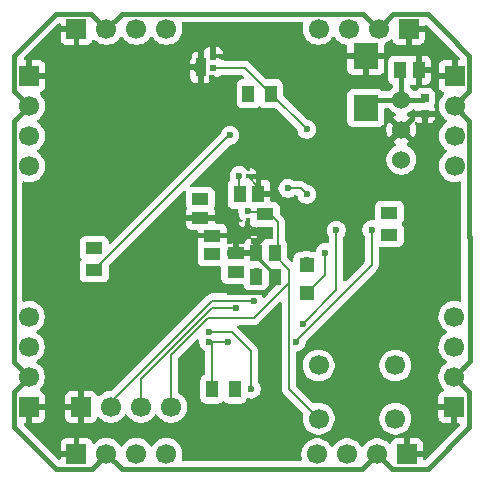
<source format=gbr>
%TF.GenerationSoftware,KiCad,Pcbnew,9.0.6*%
%TF.CreationDate,2025-12-07T19:21:49-08:00*%
%TF.ProjectId,redstone_lamp,72656473-746f-46e6-955f-6c616d702e6b,rev?*%
%TF.SameCoordinates,Original*%
%TF.FileFunction,Copper,L2,Bot*%
%TF.FilePolarity,Positive*%
%FSLAX46Y46*%
G04 Gerber Fmt 4.6, Leading zero omitted, Abs format (unit mm)*
G04 Created by KiCad (PCBNEW 9.0.6) date 2025-12-07 19:21:49*
%MOMM*%
%LPD*%
G01*
G04 APERTURE LIST*
%TA.AperFunction,ComponentPad*%
%ADD10C,1.524000*%
%TD*%
%TA.AperFunction,ComponentPad*%
%ADD11C,1.700000*%
%TD*%
%TA.AperFunction,HeatsinkPad*%
%ADD12C,0.600000*%
%TD*%
%TA.AperFunction,SMDPad,CuDef*%
%ADD13R,0.900000X1.600000*%
%TD*%
%TA.AperFunction,ComponentPad*%
%ADD14R,1.700000X1.700000*%
%TD*%
%TA.AperFunction,SMDPad,CuDef*%
%ADD15R,1.470000X1.020000*%
%TD*%
%TA.AperFunction,SMDPad,CuDef*%
%ADD16R,0.620000X0.600000*%
%TD*%
%TA.AperFunction,SMDPad,CuDef*%
%ADD17R,0.460000X0.420000*%
%TD*%
%TA.AperFunction,SMDPad,CuDef*%
%ADD18R,1.000000X1.450000*%
%TD*%
%TA.AperFunction,SMDPad,CuDef*%
%ADD19R,1.020000X1.470000*%
%TD*%
%TA.AperFunction,SMDPad,CuDef*%
%ADD20R,2.150000X2.200000*%
%TD*%
%TA.AperFunction,SMDPad,CuDef*%
%ADD21R,1.450000X1.000000*%
%TD*%
%TA.AperFunction,SMDPad,CuDef*%
%ADD22R,0.700000X0.650000*%
%TD*%
%TA.AperFunction,SMDPad,CuDef*%
%ADD23R,0.420000X0.460000*%
%TD*%
%TA.AperFunction,SMDPad,CuDef*%
%ADD24R,1.250000X1.150000*%
%TD*%
%TA.AperFunction,ViaPad*%
%ADD25C,0.600000*%
%TD*%
%TA.AperFunction,Conductor*%
%ADD26C,0.200000*%
%TD*%
%TA.AperFunction,Conductor*%
%ADD27C,0.600000*%
%TD*%
%TA.AperFunction,Conductor*%
%ADD28C,0.400000*%
%TD*%
%TA.AperFunction,Conductor*%
%ADD29C,0.300000*%
%TD*%
G04 APERTURE END LIST*
D10*
%TO.P,U2,1,Vin*%
%TO.N,VCC*%
X148500000Y-43000000D03*
%TO.P,U2,2,GND*%
%TO.N,GND*%
X148500000Y-45540000D03*
%TO.P,U2,3,Vout*%
%TO.N,/5V_LOCAL*%
X148500000Y-48080000D03*
%TD*%
D11*
%TO.P,SW1,1,A*%
%TO.N,/3.3V_LOCAL*%
X148000000Y-70000000D03*
X141500000Y-70000000D03*
%TO.P,SW1,2,B*%
%TO.N,Net-(SW1-B)*%
X148000000Y-65500000D03*
X141500000Y-65500000D03*
%TD*%
D12*
%TO.P,U3,9,PAD*%
%TO.N,GND*%
X131550000Y-40750000D03*
D13*
X131550000Y-40250000D03*
D12*
X131550000Y-39750000D03*
%TD*%
D14*
%TO.P,J9,1,Pin_1*%
%TO.N,GND*%
X121380000Y-69000000D03*
D11*
%TO.P,J9,2,Pin_2*%
%TO.N,Net-(J9-Pin_2)*%
X123920000Y-69000000D03*
%TO.P,J9,3,Pin_3*%
%TO.N,Net-(J9-Pin_3)*%
X126460000Y-69000000D03*
%TO.P,J9,4,Pin_4*%
%TO.N,/3.3V_LOCAL*%
X129000000Y-69000000D03*
%TD*%
D14*
%TO.P,J8,1,Pin_1*%
%TO.N,GND*%
X116975000Y-69000000D03*
D11*
%TO.P,J8,2,Pin_2*%
%TO.N,VCC*%
X116975000Y-66460000D03*
%TO.P,J8,3,Pin_3*%
%TO.N,/W_TX*%
X116975000Y-63920000D03*
%TO.P,J8,4,Pin_4*%
%TO.N,/W_RX*%
X116975000Y-61380000D03*
%TD*%
D14*
%TO.P,J4,1,Pin_1*%
%TO.N,GND*%
X153000000Y-69000000D03*
D11*
%TO.P,J4,2,Pin_2*%
%TO.N,VCC*%
X153000000Y-66460000D03*
%TO.P,J4,3,Pin_3*%
%TO.N,/E_TX*%
X153000000Y-63920000D03*
%TO.P,J4,4,Pin_4*%
%TO.N,/E_RX*%
X153000000Y-61380000D03*
%TD*%
D14*
%TO.P,J1,1,Pin_1*%
%TO.N,GND*%
X121000000Y-37000000D03*
D11*
%TO.P,J1,2,Pin_2*%
%TO.N,VCC*%
X123540000Y-37000000D03*
%TO.P,J1,3,Pin_3*%
%TO.N,/N_TX*%
X126080000Y-37000000D03*
%TO.P,J1,4,Pin_4*%
%TO.N,/N_RX*%
X128620000Y-37000000D03*
%TD*%
D14*
%TO.P,J2,1,Pin_1*%
%TO.N,GND*%
X149120000Y-37000000D03*
D11*
%TO.P,J2,2,Pin_2*%
%TO.N,VCC*%
X146580000Y-37000000D03*
%TO.P,J2,3,Pin_3*%
%TO.N,/N_TX*%
X144040000Y-37000000D03*
%TO.P,J2,4,Pin_4*%
%TO.N,/N_RX*%
X141500000Y-37000000D03*
%TD*%
D14*
%TO.P,J6,1,Pin_1*%
%TO.N,GND*%
X149000000Y-73025000D03*
D11*
%TO.P,J6,2,Pin_2*%
%TO.N,VCC*%
X146460000Y-73025000D03*
%TO.P,J6,3,Pin_3*%
%TO.N,/S_TX*%
X143920000Y-73025000D03*
%TO.P,J6,4,Pin_4*%
%TO.N,/S_RX*%
X141380000Y-73025000D03*
%TD*%
D14*
%TO.P,J5,1,Pin_1*%
%TO.N,GND*%
X121000000Y-73000000D03*
D11*
%TO.P,J5,2,Pin_2*%
%TO.N,VCC*%
X123540000Y-73000000D03*
%TO.P,J5,3,Pin_3*%
%TO.N,/S_TX*%
X126080000Y-73000000D03*
%TO.P,J5,4,Pin_4*%
%TO.N,/S_RX*%
X128620000Y-73000000D03*
%TD*%
D14*
%TO.P,J7,1,Pin_1*%
%TO.N,GND*%
X117000000Y-41000000D03*
D11*
%TO.P,J7,2,Pin_2*%
%TO.N,VCC*%
X117000000Y-43540000D03*
%TO.P,J7,3,Pin_3*%
%TO.N,/W_TX*%
X117000000Y-46080000D03*
%TO.P,J7,4,Pin_4*%
%TO.N,/W_RX*%
X117000000Y-48620000D03*
%TD*%
D14*
%TO.P,J3,1,Pin_1*%
%TO.N,GND*%
X153025000Y-41000000D03*
D11*
%TO.P,J3,2,Pin_2*%
%TO.N,VCC*%
X153025000Y-43540000D03*
%TO.P,J3,3,Pin_3*%
%TO.N,/E_TX*%
X153025000Y-46080000D03*
%TO.P,J3,4,Pin_4*%
%TO.N,/E_RX*%
X153025000Y-48620000D03*
%TD*%
D15*
%TO.P,C2,1,1*%
%TO.N,/3.3V_LOCAL*%
X131500000Y-51400000D03*
%TO.P,C2,2,2*%
%TO.N,GND*%
X131500000Y-53000000D03*
%TD*%
%TO.P,C2,1,1*%
%TO.N,/3.3V_LOCAL*%
X137000000Y-52700000D03*
%TO.P,C2,2,2*%
%TO.N,GND*%
X137000000Y-54300000D03*
%TD*%
D16*
%TO.P,C1,1,1*%
%TO.N,/5V_LOCAL*%
X132580000Y-40280000D03*
%TO.P,C1,2,2*%
%TO.N,GND*%
X132580000Y-39360000D03*
%TD*%
D15*
%TO.P,C2,1,1*%
%TO.N,/3.3V_LOCAL*%
X134500000Y-57600000D03*
%TO.P,C2,2,2*%
%TO.N,GND*%
X134500000Y-56000000D03*
%TD*%
D17*
%TO.P,C9,1,1*%
%TO.N,Net-(U1-VREG_VOUT)*%
X134840000Y-49500000D03*
%TO.P,C9,2,2*%
%TO.N,GND*%
X135500000Y-49500000D03*
%TD*%
D18*
%TO.P,R1,1*%
%TO.N,/5V_LOCAL*%
X137450000Y-42500000D03*
%TO.P,R1,2*%
%TO.N,Net-(D1-A)*%
X135550000Y-42500000D03*
%TD*%
D19*
%TO.P,C3,1,1*%
%TO.N,VCC*%
X148400000Y-40500000D03*
%TO.P,C3,2,2*%
%TO.N,GND*%
X150000000Y-40500000D03*
%TD*%
D20*
%TO.P,D19,1,K*%
%TO.N,VCC*%
X145500000Y-43700000D03*
%TO.P,D19,2,A*%
%TO.N,GND*%
X145500000Y-39300000D03*
%TD*%
D15*
%TO.P,C2,1,1*%
%TO.N,/3.3V_LOCAL*%
X132500000Y-56100000D03*
%TO.P,C2,2,2*%
%TO.N,GND*%
X132500000Y-54500000D03*
%TD*%
D19*
%TO.P,C10,1,1*%
%TO.N,Net-(U1-VREG_VOUT)*%
X134810000Y-51000000D03*
%TO.P,C10,2,2*%
%TO.N,GND*%
X136410000Y-51000000D03*
%TD*%
D21*
%TO.P,R2,1*%
%TO.N,/5V_LOCAL*%
X147500000Y-52550000D03*
%TO.P,R2,2*%
%TO.N,Net-(D2-A)*%
X147500000Y-54450000D03*
%TD*%
D19*
%TO.P,C10,1,1*%
%TO.N,Net-(U1-VREG_VOUT)*%
X136200000Y-58000000D03*
%TO.P,C10,2,2*%
%TO.N,GND*%
X137800000Y-58000000D03*
%TD*%
%TO.P,C2,1,1*%
%TO.N,/3.3V_LOCAL*%
X137800000Y-56000000D03*
%TO.P,C2,2,2*%
%TO.N,GND*%
X136200000Y-56000000D03*
%TD*%
D21*
%TO.P,R4,1*%
%TO.N,/5V_LOCAL*%
X122500000Y-57450000D03*
%TO.P,R4,2*%
%TO.N,Net-(D4-A)*%
X122500000Y-55550000D03*
%TD*%
D22*
%TO.P,C4,1,1*%
%TO.N,VCC*%
X150500000Y-42825000D03*
%TO.P,C4,2,2*%
%TO.N,GND*%
X150500000Y-44175000D03*
%TD*%
D18*
%TO.P,R3,1*%
%TO.N,/5V_LOCAL*%
X132500000Y-67500000D03*
%TO.P,R3,2*%
%TO.N,Net-(D3-A)*%
X134400000Y-67500000D03*
%TD*%
D23*
%TO.P,C11,1,1*%
%TO.N,/3.3V_LOCAL*%
X135500000Y-52500000D03*
%TO.P,C11,2,2*%
%TO.N,GND*%
X135500000Y-53160000D03*
%TD*%
D24*
%TO.P,R5,1*%
%TO.N,Net-(Q2-B)*%
X140500000Y-59350000D03*
%TO.P,R5,2*%
%TO.N,Net-(U1-GPIO23)*%
X140500000Y-57000000D03*
%TD*%
D25*
%TO.N,/5V_LOCAL*%
X132200001Y-63500000D03*
X122500000Y-57450000D03*
X132580000Y-40280000D03*
X140501000Y-45500000D03*
X146000000Y-54000000D03*
X133800000Y-63500000D03*
X137450000Y-42500000D03*
X134000000Y-46000000D03*
X139600000Y-63500000D03*
X147500000Y-52550000D03*
%TO.N,GND*%
X135000000Y-56000000D03*
X132538845Y-39375000D03*
X132461137Y-41125000D03*
X134000000Y-54000000D03*
X149400000Y-57500000D03*
X134000000Y-56000000D03*
X136000000Y-55000000D03*
X136000000Y-56000000D03*
X122000000Y-51500000D03*
X135000000Y-55000000D03*
X143900000Y-56000000D03*
X133990306Y-59257819D03*
X135000000Y-54000000D03*
X130503362Y-39375000D03*
X136000000Y-54000000D03*
X121500000Y-42000000D03*
X134000000Y-55000000D03*
X138000000Y-61500000D03*
X139950000Y-42100000D03*
X124000000Y-49000000D03*
X133000000Y-69500000D03*
%TO.N,/3.3V_LOCAL*%
X137400000Y-52700000D03*
X134533207Y-57506166D03*
X132500000Y-56100000D03*
X131500000Y-51400000D03*
X137624698Y-56000134D03*
X135500000Y-52429998D03*
%TO.N,Net-(U1-VREG_VOUT)*%
X134770000Y-49421471D03*
X134999999Y-50645229D03*
X136300000Y-57500000D03*
%TO.N,Net-(D1-A)*%
X135800000Y-42500000D03*
%TO.N,Net-(D2-A)*%
X147500000Y-54200000D03*
%TO.N,Net-(D3-A)*%
X134200000Y-67500000D03*
%TO.N,Net-(D4-A)*%
X122500000Y-55800000D03*
%TO.N,Net-(J9-Pin_3)*%
X134500000Y-60600000D03*
%TO.N,Net-(J9-Pin_2)*%
X136000000Y-60000000D03*
%TO.N,Net-(D1-K)*%
X143000000Y-54062500D03*
X140501000Y-51000000D03*
X132200001Y-62699997D03*
X135800000Y-67500000D03*
X140186470Y-61965000D03*
X138900000Y-50500000D03*
%TO.N,Net-(U1-GPIO23)*%
X140500000Y-56599999D03*
%TO.N,Net-(Q2-B)*%
X142050000Y-55937500D03*
%TD*%
D26*
%TO.N,/5V_LOCAL*%
X132580000Y-40280000D02*
X135230000Y-40280000D01*
X133950000Y-46000000D02*
X122500000Y-57450000D01*
X137450000Y-42500000D02*
X137501000Y-42500000D01*
X137501000Y-42500000D02*
X140501000Y-45500000D01*
X134000000Y-46000000D02*
X133950000Y-46000000D01*
X132500000Y-67500000D02*
X132500000Y-63500000D01*
X132200001Y-63500000D02*
X132500000Y-63500000D01*
X135230000Y-40280000D02*
X137450000Y-42500000D01*
X139600000Y-63400000D02*
X139600000Y-63500000D01*
X140000000Y-63000000D02*
X139600000Y-63400000D01*
X146000000Y-57000000D02*
X146000000Y-54000000D01*
X133800000Y-63500000D02*
X132500000Y-63500000D01*
X140000000Y-63000000D02*
X146000000Y-57000000D01*
D27*
%TO.N,GND*%
X136200000Y-55100000D02*
X137000000Y-54300000D01*
D28*
X137800000Y-58000000D02*
X137800000Y-58447000D01*
X136989181Y-59257819D02*
X133990306Y-59257819D01*
X137800000Y-58447000D02*
X136989181Y-59257819D01*
D26*
X136410000Y-51000000D02*
X136410000Y-50410000D01*
X135500000Y-53500000D02*
X135000000Y-54000000D01*
X135500000Y-53500000D02*
X136000000Y-54000000D01*
X136200000Y-56247000D02*
X136200000Y-56000000D01*
D29*
X137800000Y-57847000D02*
X136200000Y-56247000D01*
D26*
X136410000Y-50410000D02*
X135500000Y-49500000D01*
D27*
X136200000Y-56000000D02*
X136200000Y-55100000D01*
D26*
X135500000Y-53160000D02*
X135500000Y-53500000D01*
%TO.N,/3.3V_LOCAL*%
X139000000Y-58500000D02*
X139000000Y-67500000D01*
X135500000Y-52500000D02*
X136800000Y-52500000D01*
X139000000Y-58500000D02*
X136000000Y-61500000D01*
X137624698Y-56000134D02*
X139000000Y-57375436D01*
X136800000Y-52500000D02*
X137000000Y-52700000D01*
X139000000Y-67500000D02*
X141500000Y-70000000D01*
X138036000Y-55588832D02*
X138036000Y-53336000D01*
X129000000Y-64634200D02*
X129000000Y-69000000D01*
X136000000Y-61500000D02*
X132134200Y-61500000D01*
X138036000Y-53336000D02*
X137400000Y-52700000D01*
X132134200Y-61500000D02*
X129000000Y-64634200D01*
X139000000Y-57375436D02*
X139000000Y-58500000D01*
X137624698Y-56000134D02*
X138036000Y-55588832D01*
D28*
%TO.N,VCC*%
X146500000Y-37000000D02*
X145224000Y-35724000D01*
X153025000Y-43540000D02*
X154276000Y-44791000D01*
X124816000Y-35724000D02*
X123540000Y-37000000D01*
X150749000Y-35749000D02*
X152250000Y-37250000D01*
X153000000Y-66460000D02*
X154251000Y-67711000D01*
X119251000Y-74251000D02*
X115701000Y-70701000D01*
X123540000Y-73000000D02*
X122289000Y-74251000D01*
X154299000Y-65161000D02*
X153000000Y-66460000D01*
X154276000Y-39276000D02*
X154276000Y-42289000D01*
X122241000Y-35701000D02*
X123540000Y-37000000D01*
X150325000Y-43000000D02*
X150500000Y-42825000D01*
X146460000Y-73025000D02*
X145209000Y-74276000D01*
X146580000Y-37000000D02*
X146500000Y-37000000D01*
X146580000Y-37000000D02*
X147831000Y-35749000D01*
X147711000Y-74276000D02*
X146460000Y-73025000D01*
X154276000Y-54624000D02*
X154299000Y-54647000D01*
X154251000Y-70749000D02*
X150724000Y-74276000D01*
X154276000Y-42289000D02*
X153025000Y-43540000D01*
X150724000Y-74276000D02*
X147711000Y-74276000D01*
X154251000Y-67711000D02*
X154251000Y-70749000D01*
X124816000Y-74276000D02*
X123540000Y-73000000D01*
X116975000Y-66460000D02*
X115724000Y-65209000D01*
X115701000Y-70701000D02*
X115701000Y-67734000D01*
X115701000Y-39299000D02*
X119299000Y-35701000D01*
X148500000Y-43000000D02*
X150325000Y-43000000D01*
X148500000Y-43000000D02*
X148500000Y-40600000D01*
X147831000Y-35749000D02*
X150749000Y-35749000D01*
X154299000Y-54647000D02*
X154299000Y-65161000D01*
X154276000Y-44791000D02*
X154276000Y-54624000D01*
X148500000Y-40600000D02*
X148400000Y-40500000D01*
X115724000Y-65209000D02*
X115724000Y-44816000D01*
X119299000Y-35701000D02*
X122241000Y-35701000D01*
X146200000Y-43000000D02*
X145500000Y-43700000D01*
X122289000Y-74251000D02*
X119251000Y-74251000D01*
X115701000Y-67734000D02*
X116975000Y-66460000D01*
X152250000Y-37250000D02*
X154276000Y-39276000D01*
X115724000Y-44816000D02*
X117000000Y-43540000D01*
X115701000Y-42241000D02*
X115701000Y-39299000D01*
X145209000Y-74276000D02*
X124816000Y-74276000D01*
X117000000Y-43540000D02*
X115701000Y-42241000D01*
X145224000Y-35724000D02*
X124816000Y-35724000D01*
X148500000Y-43000000D02*
X146200000Y-43000000D01*
D26*
%TO.N,Net-(U1-VREG_VOUT)*%
X134770000Y-50415230D02*
X134999999Y-50645229D01*
X134770000Y-49421471D02*
X134770000Y-50415230D01*
%TO.N,Net-(D1-A)*%
X135550000Y-42500000D02*
X135800000Y-42500000D01*
%TO.N,Net-(D2-A)*%
X147500000Y-54450000D02*
X147500000Y-54200000D01*
%TO.N,Net-(D3-A)*%
X134400000Y-67500000D02*
X134200000Y-67500000D01*
%TO.N,Net-(D4-A)*%
X122500000Y-55550000D02*
X122500000Y-55800000D01*
%TO.N,Net-(J9-Pin_3)*%
X126460000Y-66607100D02*
X132467100Y-60600000D01*
X126460000Y-69000000D02*
X126460000Y-66607100D01*
X132467100Y-60600000D02*
X134500000Y-60600000D01*
%TO.N,Net-(J9-Pin_2)*%
X132500000Y-60000000D02*
X136000000Y-60000000D01*
X123920000Y-68580000D02*
X132500000Y-60000000D01*
X123920000Y-69000000D02*
X123920000Y-68580000D01*
%TO.N,Net-(D1-K)*%
X132200001Y-62699997D02*
X134199997Y-62699997D01*
X134199997Y-62699997D02*
X135800000Y-64300000D01*
X140001000Y-50500000D02*
X140501000Y-51000000D01*
X138900000Y-50500000D02*
X140001000Y-50500000D01*
X140186470Y-61965000D02*
X143000000Y-59151470D01*
X135800000Y-64300000D02*
X135800000Y-67500000D01*
X143000000Y-59151470D02*
X143000000Y-54062500D01*
%TO.N,Net-(Q2-B)*%
X140500000Y-59350000D02*
X142050000Y-57800000D01*
X142050000Y-57800000D02*
X142050000Y-55937500D01*
%TD*%
%TA.AperFunction,Conductor*%
%TO.N,GND*%
G36*
X137044047Y-59176911D02*
G01*
X137176309Y-59226242D01*
X137232243Y-59268113D01*
X137256660Y-59333578D01*
X137241808Y-59401851D01*
X137220657Y-59430105D01*
X136934504Y-59716258D01*
X136873181Y-59749743D01*
X136803489Y-59744759D01*
X136747556Y-59702887D01*
X136732262Y-59676029D01*
X136709397Y-59620827D01*
X136709390Y-59620814D01*
X136621789Y-59489711D01*
X136621786Y-59489707D01*
X136579259Y-59447180D01*
X136545774Y-59385857D01*
X136550758Y-59316165D01*
X136592630Y-59260232D01*
X136658094Y-59235815D01*
X136666940Y-59235499D01*
X136757871Y-59235499D01*
X136757872Y-59235499D01*
X136817483Y-59229091D01*
X136952331Y-59178796D01*
X136952335Y-59178792D01*
X136957380Y-59176911D01*
X137027071Y-59171927D01*
X137044047Y-59176911D01*
G37*
%TD.AperFunction*%
%TA.AperFunction,Conductor*%
G36*
X140163360Y-36444185D02*
G01*
X140209115Y-36496989D01*
X140219059Y-36566147D01*
X140214252Y-36586818D01*
X140182753Y-36683760D01*
X140172262Y-36750000D01*
X140149500Y-36893713D01*
X140149500Y-37106287D01*
X140159534Y-37169644D01*
X140182753Y-37316239D01*
X140248444Y-37518414D01*
X140344951Y-37707820D01*
X140469890Y-37879786D01*
X140620213Y-38030109D01*
X140792179Y-38155048D01*
X140792181Y-38155049D01*
X140792184Y-38155051D01*
X140981588Y-38251557D01*
X141183757Y-38317246D01*
X141393713Y-38350500D01*
X141393714Y-38350500D01*
X141606286Y-38350500D01*
X141606287Y-38350500D01*
X141816243Y-38317246D01*
X142018412Y-38251557D01*
X142207816Y-38155051D01*
X142294478Y-38092088D01*
X142379786Y-38030109D01*
X142379788Y-38030106D01*
X142379792Y-38030104D01*
X142530104Y-37879792D01*
X142530106Y-37879788D01*
X142530109Y-37879786D01*
X142655048Y-37707820D01*
X142655047Y-37707820D01*
X142655051Y-37707816D01*
X142659514Y-37699054D01*
X142707488Y-37648259D01*
X142775308Y-37631463D01*
X142841444Y-37653999D01*
X142880486Y-37699056D01*
X142884951Y-37707820D01*
X143009890Y-37879786D01*
X143160213Y-38030109D01*
X143332179Y-38155048D01*
X143332181Y-38155049D01*
X143332184Y-38155051D01*
X143417861Y-38198705D01*
X143521583Y-38251555D01*
X143521585Y-38251555D01*
X143521588Y-38251557D01*
X143598416Y-38276520D01*
X143723756Y-38317246D01*
X143752126Y-38321739D01*
X143820398Y-38332552D01*
X143883532Y-38362481D01*
X143920464Y-38421792D01*
X143925000Y-38455025D01*
X143925000Y-39050000D01*
X147075000Y-39050000D01*
X147075000Y-38339473D01*
X147094685Y-38272434D01*
X147142706Y-38228988D01*
X147287816Y-38155051D01*
X147459792Y-38030104D01*
X147573717Y-37916178D01*
X147635036Y-37882696D01*
X147704728Y-37887680D01*
X147760662Y-37929551D01*
X147777577Y-37960528D01*
X147826646Y-38092088D01*
X147826649Y-38092093D01*
X147912809Y-38207187D01*
X147912812Y-38207190D01*
X148027906Y-38293350D01*
X148027913Y-38293354D01*
X148162620Y-38343596D01*
X148162627Y-38343598D01*
X148222155Y-38349999D01*
X148222172Y-38350000D01*
X148870000Y-38350000D01*
X148870000Y-37433012D01*
X148927007Y-37465925D01*
X149054174Y-37500000D01*
X149185826Y-37500000D01*
X149312993Y-37465925D01*
X149370000Y-37433012D01*
X149370000Y-38350000D01*
X150017828Y-38350000D01*
X150017844Y-38349999D01*
X150077372Y-38343598D01*
X150077379Y-38343596D01*
X150212086Y-38293354D01*
X150212093Y-38293350D01*
X150327187Y-38207190D01*
X150327190Y-38207187D01*
X150413350Y-38092093D01*
X150413354Y-38092086D01*
X150463596Y-37957379D01*
X150463598Y-37957372D01*
X150469999Y-37897844D01*
X150470000Y-37897827D01*
X150470000Y-37250000D01*
X149553012Y-37250000D01*
X149585925Y-37192993D01*
X149620000Y-37065826D01*
X149620000Y-36934174D01*
X149585925Y-36807007D01*
X149553012Y-36750000D01*
X150470000Y-36750000D01*
X150474164Y-36745835D01*
X150489685Y-36692980D01*
X150542489Y-36647225D01*
X150611647Y-36637281D01*
X150675203Y-36666306D01*
X150681681Y-36672338D01*
X153447662Y-39438319D01*
X153481147Y-39499642D01*
X153476163Y-39569334D01*
X153434291Y-39625267D01*
X153368827Y-39649684D01*
X153359981Y-39650000D01*
X153275000Y-39650000D01*
X153275000Y-40566988D01*
X153217993Y-40534075D01*
X153090826Y-40500000D01*
X152959174Y-40500000D01*
X152832007Y-40534075D01*
X152775000Y-40566988D01*
X152775000Y-39650000D01*
X152127155Y-39650000D01*
X152067627Y-39656401D01*
X152067620Y-39656403D01*
X151932913Y-39706645D01*
X151932906Y-39706649D01*
X151817812Y-39792809D01*
X151817809Y-39792812D01*
X151731649Y-39907906D01*
X151731645Y-39907913D01*
X151681403Y-40042620D01*
X151681401Y-40042627D01*
X151675000Y-40102155D01*
X151675000Y-40750000D01*
X152591988Y-40750000D01*
X152559075Y-40807007D01*
X152525000Y-40934174D01*
X152525000Y-41065826D01*
X152559075Y-41192993D01*
X152591988Y-41250000D01*
X151675000Y-41250000D01*
X151675000Y-41897844D01*
X151681401Y-41957372D01*
X151681403Y-41957379D01*
X151731645Y-42092086D01*
X151731649Y-42092093D01*
X151817809Y-42207187D01*
X151817812Y-42207190D01*
X151932906Y-42293350D01*
X151932913Y-42293354D01*
X152064470Y-42342422D01*
X152120404Y-42384293D01*
X152144821Y-42449758D01*
X152129969Y-42518031D01*
X152108819Y-42546285D01*
X151994889Y-42660215D01*
X151869951Y-42832179D01*
X151773444Y-43021585D01*
X151707753Y-43223760D01*
X151674500Y-43433713D01*
X151674500Y-43646286D01*
X151701350Y-43815814D01*
X151707754Y-43856243D01*
X151742435Y-43962981D01*
X151773444Y-44058414D01*
X151869951Y-44247820D01*
X151994890Y-44419786D01*
X152145213Y-44570109D01*
X152317182Y-44695050D01*
X152325946Y-44699516D01*
X152376742Y-44747491D01*
X152393536Y-44815312D01*
X152370998Y-44881447D01*
X152325946Y-44920484D01*
X152317182Y-44924949D01*
X152145213Y-45049890D01*
X151994890Y-45200213D01*
X151869951Y-45372179D01*
X151773444Y-45561585D01*
X151707753Y-45763760D01*
X151674500Y-45973713D01*
X151674500Y-46186286D01*
X151707753Y-46396239D01*
X151773444Y-46598414D01*
X151869951Y-46787820D01*
X151994890Y-46959786D01*
X152145213Y-47110109D01*
X152317182Y-47235050D01*
X152325946Y-47239516D01*
X152376742Y-47287491D01*
X152393536Y-47355312D01*
X152370998Y-47421447D01*
X152325946Y-47460484D01*
X152317182Y-47464949D01*
X152145213Y-47589890D01*
X151994890Y-47740213D01*
X151869951Y-47912179D01*
X151773444Y-48101585D01*
X151707753Y-48303760D01*
X151674500Y-48513713D01*
X151674500Y-48726286D01*
X151707210Y-48932812D01*
X151707754Y-48936243D01*
X151742435Y-49042981D01*
X151773444Y-49138414D01*
X151869951Y-49327820D01*
X151994890Y-49499786D01*
X152145213Y-49650109D01*
X152317179Y-49775048D01*
X152317181Y-49775049D01*
X152317184Y-49775051D01*
X152506588Y-49871557D01*
X152708757Y-49937246D01*
X152918713Y-49970500D01*
X152918714Y-49970500D01*
X153131286Y-49970500D01*
X153131287Y-49970500D01*
X153341243Y-49937246D01*
X153413183Y-49913870D01*
X153483023Y-49911876D01*
X153542856Y-49947956D01*
X153573684Y-50010657D01*
X153575500Y-50031802D01*
X153575500Y-54555006D01*
X153575500Y-54692994D01*
X153575500Y-54692996D01*
X153575499Y-54692996D01*
X153596117Y-54796641D01*
X153598500Y-54820833D01*
X153598500Y-59983793D01*
X153578815Y-60050832D01*
X153526011Y-60096587D01*
X153456853Y-60106531D01*
X153436183Y-60101724D01*
X153316244Y-60062754D01*
X153316240Y-60062753D01*
X153154957Y-60037208D01*
X153106287Y-60029500D01*
X152893713Y-60029500D01*
X152845042Y-60037208D01*
X152683760Y-60062753D01*
X152481585Y-60128444D01*
X152292179Y-60224951D01*
X152120213Y-60349890D01*
X151969890Y-60500213D01*
X151844951Y-60672179D01*
X151748444Y-60861585D01*
X151682753Y-61063760D01*
X151652368Y-61255606D01*
X151649500Y-61273713D01*
X151649500Y-61486287D01*
X151682754Y-61696243D01*
X151738793Y-61868713D01*
X151748444Y-61898414D01*
X151844951Y-62087820D01*
X151969890Y-62259786D01*
X152120213Y-62410109D01*
X152292182Y-62535050D01*
X152300946Y-62539516D01*
X152351742Y-62587491D01*
X152368536Y-62655312D01*
X152345998Y-62721447D01*
X152300946Y-62760484D01*
X152292182Y-62764949D01*
X152120213Y-62889890D01*
X151969890Y-63040213D01*
X151844951Y-63212179D01*
X151748444Y-63401585D01*
X151682753Y-63603760D01*
X151662206Y-63733489D01*
X151649500Y-63813713D01*
X151649500Y-64026287D01*
X151656141Y-64068215D01*
X151680330Y-64220943D01*
X151682754Y-64236243D01*
X151732407Y-64389059D01*
X151748444Y-64438414D01*
X151844951Y-64627820D01*
X151969890Y-64799786D01*
X152120213Y-64950109D01*
X152292182Y-65075050D01*
X152300946Y-65079516D01*
X152351742Y-65127491D01*
X152368536Y-65195312D01*
X152345998Y-65261447D01*
X152300946Y-65300484D01*
X152292182Y-65304949D01*
X152120213Y-65429890D01*
X151969890Y-65580213D01*
X151844951Y-65752179D01*
X151748444Y-65941585D01*
X151682753Y-66143760D01*
X151649500Y-66353713D01*
X151649500Y-66566286D01*
X151678843Y-66751555D01*
X151682754Y-66776243D01*
X151703521Y-66840158D01*
X151748444Y-66978414D01*
X151844951Y-67167820D01*
X151969890Y-67339786D01*
X152083818Y-67453714D01*
X152117303Y-67515037D01*
X152112319Y-67584729D01*
X152070447Y-67640662D01*
X152039471Y-67657577D01*
X151907912Y-67706646D01*
X151907906Y-67706649D01*
X151792812Y-67792809D01*
X151792809Y-67792812D01*
X151706649Y-67907906D01*
X151706645Y-67907913D01*
X151656403Y-68042620D01*
X151656401Y-68042627D01*
X151650000Y-68102155D01*
X151650000Y-68750000D01*
X152566988Y-68750000D01*
X152534075Y-68807007D01*
X152500000Y-68934174D01*
X152500000Y-69065826D01*
X152534075Y-69192993D01*
X152566988Y-69250000D01*
X151650000Y-69250000D01*
X151650000Y-69897844D01*
X151656401Y-69957372D01*
X151656403Y-69957379D01*
X151706645Y-70092086D01*
X151706649Y-70092093D01*
X151792809Y-70207187D01*
X151792812Y-70207190D01*
X151907906Y-70293350D01*
X151907913Y-70293354D01*
X152042620Y-70343596D01*
X152042627Y-70343598D01*
X152102155Y-70349999D01*
X152102172Y-70350000D01*
X152750000Y-70350000D01*
X152750000Y-69433012D01*
X152807007Y-69465925D01*
X152934174Y-69500000D01*
X153065826Y-69500000D01*
X153192993Y-69465925D01*
X153250000Y-69433012D01*
X153250000Y-70350000D01*
X153359981Y-70350000D01*
X153427020Y-70369685D01*
X153472775Y-70422489D01*
X153482719Y-70491647D01*
X153453694Y-70555203D01*
X153447662Y-70561681D01*
X150561681Y-73447662D01*
X150500358Y-73481147D01*
X150430666Y-73476163D01*
X150374733Y-73434291D01*
X150350316Y-73368827D01*
X150350000Y-73359981D01*
X150350000Y-73275000D01*
X149433012Y-73275000D01*
X149465925Y-73217993D01*
X149500000Y-73090826D01*
X149500000Y-72959174D01*
X149465925Y-72832007D01*
X149433012Y-72775000D01*
X150350000Y-72775000D01*
X150350000Y-72127172D01*
X150349999Y-72127155D01*
X150343598Y-72067627D01*
X150343596Y-72067620D01*
X150293354Y-71932913D01*
X150293350Y-71932906D01*
X150207190Y-71817812D01*
X150207187Y-71817809D01*
X150092093Y-71731649D01*
X150092086Y-71731645D01*
X149957379Y-71681403D01*
X149957372Y-71681401D01*
X149897844Y-71675000D01*
X149250000Y-71675000D01*
X149250000Y-72591988D01*
X149192993Y-72559075D01*
X149065826Y-72525000D01*
X148934174Y-72525000D01*
X148807007Y-72559075D01*
X148750000Y-72591988D01*
X148750000Y-71675000D01*
X148102155Y-71675000D01*
X148042627Y-71681401D01*
X148042620Y-71681403D01*
X147907913Y-71731645D01*
X147907906Y-71731649D01*
X147792812Y-71817809D01*
X147792809Y-71817812D01*
X147706649Y-71932906D01*
X147706646Y-71932912D01*
X147657577Y-72064471D01*
X147615705Y-72120404D01*
X147550241Y-72144821D01*
X147481968Y-72129969D01*
X147453714Y-72108818D01*
X147339786Y-71994890D01*
X147167820Y-71869951D01*
X146978414Y-71773444D01*
X146978413Y-71773443D01*
X146978412Y-71773443D01*
X146776243Y-71707754D01*
X146776241Y-71707753D01*
X146776240Y-71707753D01*
X146614957Y-71682208D01*
X146566287Y-71674500D01*
X146353713Y-71674500D01*
X146305042Y-71682208D01*
X146143760Y-71707753D01*
X145941585Y-71773444D01*
X145752179Y-71869951D01*
X145580213Y-71994890D01*
X145429890Y-72145213D01*
X145304949Y-72317182D01*
X145300484Y-72325946D01*
X145252509Y-72376742D01*
X145184688Y-72393536D01*
X145118553Y-72370998D01*
X145079516Y-72325946D01*
X145075050Y-72317182D01*
X144950109Y-72145213D01*
X144799786Y-71994890D01*
X144627820Y-71869951D01*
X144438414Y-71773444D01*
X144438413Y-71773443D01*
X144438412Y-71773443D01*
X144236243Y-71707754D01*
X144236241Y-71707753D01*
X144236240Y-71707753D01*
X144074957Y-71682208D01*
X144026287Y-71674500D01*
X143813713Y-71674500D01*
X143765042Y-71682208D01*
X143603760Y-71707753D01*
X143401585Y-71773444D01*
X143212179Y-71869951D01*
X143040213Y-71994890D01*
X142889890Y-72145213D01*
X142764949Y-72317182D01*
X142760484Y-72325946D01*
X142712509Y-72376742D01*
X142644688Y-72393536D01*
X142578553Y-72370998D01*
X142539516Y-72325946D01*
X142535050Y-72317182D01*
X142410109Y-72145213D01*
X142259786Y-71994890D01*
X142087820Y-71869951D01*
X141898414Y-71773444D01*
X141898413Y-71773443D01*
X141898412Y-71773443D01*
X141696243Y-71707754D01*
X141696241Y-71707753D01*
X141696240Y-71707753D01*
X141534957Y-71682208D01*
X141486287Y-71674500D01*
X141273713Y-71674500D01*
X141225042Y-71682208D01*
X141063760Y-71707753D01*
X140861585Y-71773444D01*
X140672179Y-71869951D01*
X140500213Y-71994890D01*
X140349890Y-72145213D01*
X140224951Y-72317179D01*
X140128444Y-72506585D01*
X140062753Y-72708760D01*
X140029500Y-72918713D01*
X140029500Y-73131286D01*
X140058793Y-73316239D01*
X140062754Y-73341243D01*
X140068842Y-73359981D01*
X140086129Y-73413182D01*
X140088124Y-73483023D01*
X140052044Y-73542856D01*
X139989343Y-73573684D01*
X139968198Y-73575500D01*
X130023679Y-73575500D01*
X129956640Y-73555815D01*
X129910885Y-73503011D01*
X129900941Y-73433853D01*
X129905748Y-73413182D01*
X129909999Y-73400099D01*
X129937246Y-73316243D01*
X129970500Y-73106287D01*
X129970500Y-72893713D01*
X129937246Y-72683757D01*
X129871557Y-72481588D01*
X129775051Y-72292184D01*
X129775049Y-72292181D01*
X129775048Y-72292179D01*
X129650109Y-72120213D01*
X129499786Y-71969890D01*
X129327820Y-71844951D01*
X129138414Y-71748444D01*
X129138413Y-71748443D01*
X129138412Y-71748443D01*
X128936243Y-71682754D01*
X128936241Y-71682753D01*
X128936240Y-71682753D01*
X128774957Y-71657208D01*
X128726287Y-71649500D01*
X128513713Y-71649500D01*
X128465042Y-71657208D01*
X128303760Y-71682753D01*
X128101585Y-71748444D01*
X127912179Y-71844951D01*
X127740213Y-71969890D01*
X127589890Y-72120213D01*
X127464949Y-72292182D01*
X127460484Y-72300946D01*
X127412509Y-72351742D01*
X127344688Y-72368536D01*
X127278553Y-72345998D01*
X127239516Y-72300946D01*
X127235050Y-72292182D01*
X127110109Y-72120213D01*
X126959786Y-71969890D01*
X126787820Y-71844951D01*
X126598414Y-71748444D01*
X126598413Y-71748443D01*
X126598412Y-71748443D01*
X126396243Y-71682754D01*
X126396241Y-71682753D01*
X126396240Y-71682753D01*
X126234957Y-71657208D01*
X126186287Y-71649500D01*
X125973713Y-71649500D01*
X125925042Y-71657208D01*
X125763760Y-71682753D01*
X125561585Y-71748444D01*
X125372179Y-71844951D01*
X125200213Y-71969890D01*
X125049890Y-72120213D01*
X124924949Y-72292182D01*
X124920484Y-72300946D01*
X124872509Y-72351742D01*
X124804688Y-72368536D01*
X124738553Y-72345998D01*
X124699516Y-72300946D01*
X124695050Y-72292182D01*
X124570109Y-72120213D01*
X124419786Y-71969890D01*
X124247820Y-71844951D01*
X124058414Y-71748444D01*
X124058413Y-71748443D01*
X124058412Y-71748443D01*
X123856243Y-71682754D01*
X123856241Y-71682753D01*
X123856240Y-71682753D01*
X123694957Y-71657208D01*
X123646287Y-71649500D01*
X123433713Y-71649500D01*
X123385042Y-71657208D01*
X123223760Y-71682753D01*
X123021585Y-71748444D01*
X122832179Y-71844951D01*
X122660215Y-71969889D01*
X122546285Y-72083819D01*
X122484962Y-72117303D01*
X122415270Y-72112319D01*
X122359337Y-72070447D01*
X122342422Y-72039470D01*
X122293354Y-71907913D01*
X122293350Y-71907906D01*
X122207190Y-71792812D01*
X122207187Y-71792809D01*
X122092093Y-71706649D01*
X122092086Y-71706645D01*
X121957379Y-71656403D01*
X121957372Y-71656401D01*
X121897844Y-71650000D01*
X121250000Y-71650000D01*
X121250000Y-72566988D01*
X121192993Y-72534075D01*
X121065826Y-72500000D01*
X120934174Y-72500000D01*
X120807007Y-72534075D01*
X120750000Y-72566988D01*
X120750000Y-71650000D01*
X120102155Y-71650000D01*
X120042627Y-71656401D01*
X120042620Y-71656403D01*
X119907913Y-71706645D01*
X119907906Y-71706649D01*
X119792812Y-71792809D01*
X119792809Y-71792812D01*
X119706649Y-71907906D01*
X119706645Y-71907913D01*
X119656403Y-72042620D01*
X119656401Y-72042627D01*
X119650000Y-72102155D01*
X119650000Y-72750000D01*
X120566988Y-72750000D01*
X120534075Y-72807007D01*
X120500000Y-72934174D01*
X120500000Y-73065826D01*
X120534075Y-73192993D01*
X120566988Y-73250000D01*
X119650000Y-73250000D01*
X119650000Y-73359981D01*
X119630315Y-73427020D01*
X119577511Y-73472775D01*
X119508353Y-73482719D01*
X119444797Y-73453694D01*
X119438319Y-73447662D01*
X116552338Y-70561681D01*
X116518853Y-70500358D01*
X116523837Y-70430666D01*
X116565709Y-70374733D01*
X116631173Y-70350316D01*
X116640019Y-70350000D01*
X116725000Y-70350000D01*
X116725000Y-69433012D01*
X116782007Y-69465925D01*
X116909174Y-69500000D01*
X117040826Y-69500000D01*
X117167993Y-69465925D01*
X117225000Y-69433012D01*
X117225000Y-70350000D01*
X117872828Y-70350000D01*
X117872844Y-70349999D01*
X117932372Y-70343598D01*
X117932379Y-70343596D01*
X118067086Y-70293354D01*
X118067093Y-70293350D01*
X118182187Y-70207190D01*
X118182190Y-70207187D01*
X118268350Y-70092093D01*
X118268354Y-70092086D01*
X118318596Y-69957379D01*
X118318598Y-69957372D01*
X118324999Y-69897844D01*
X118325000Y-69897827D01*
X118325000Y-69250000D01*
X117408012Y-69250000D01*
X117440925Y-69192993D01*
X117475000Y-69065826D01*
X117475000Y-68934174D01*
X117440925Y-68807007D01*
X117408012Y-68750000D01*
X118325000Y-68750000D01*
X118325000Y-68102172D01*
X118324999Y-68102155D01*
X120030000Y-68102155D01*
X120030000Y-68750000D01*
X120946988Y-68750000D01*
X120914075Y-68807007D01*
X120880000Y-68934174D01*
X120880000Y-69065826D01*
X120914075Y-69192993D01*
X120946988Y-69250000D01*
X120030000Y-69250000D01*
X120030000Y-69897844D01*
X120036401Y-69957372D01*
X120036403Y-69957379D01*
X120086645Y-70092086D01*
X120086649Y-70092093D01*
X120172809Y-70207187D01*
X120172812Y-70207190D01*
X120287906Y-70293350D01*
X120287913Y-70293354D01*
X120422620Y-70343596D01*
X120422627Y-70343598D01*
X120482155Y-70349999D01*
X120482172Y-70350000D01*
X121130000Y-70350000D01*
X121130000Y-69433012D01*
X121187007Y-69465925D01*
X121314174Y-69500000D01*
X121445826Y-69500000D01*
X121572993Y-69465925D01*
X121630000Y-69433012D01*
X121630000Y-70350000D01*
X122277828Y-70350000D01*
X122277844Y-70349999D01*
X122337372Y-70343598D01*
X122337379Y-70343596D01*
X122472086Y-70293354D01*
X122472093Y-70293350D01*
X122587187Y-70207190D01*
X122587190Y-70207187D01*
X122673350Y-70092093D01*
X122673354Y-70092086D01*
X122722422Y-69960529D01*
X122764293Y-69904595D01*
X122829757Y-69880178D01*
X122898030Y-69895030D01*
X122926285Y-69916181D01*
X123040213Y-70030109D01*
X123212179Y-70155048D01*
X123212181Y-70155049D01*
X123212184Y-70155051D01*
X123401588Y-70251557D01*
X123603757Y-70317246D01*
X123813713Y-70350500D01*
X123813714Y-70350500D01*
X124026286Y-70350500D01*
X124026287Y-70350500D01*
X124236243Y-70317246D01*
X124438412Y-70251557D01*
X124627816Y-70155051D01*
X124649789Y-70139086D01*
X124799786Y-70030109D01*
X124799788Y-70030106D01*
X124799792Y-70030104D01*
X124950104Y-69879792D01*
X124950106Y-69879788D01*
X124950109Y-69879786D01*
X125075048Y-69707820D01*
X125075047Y-69707820D01*
X125075051Y-69707816D01*
X125079514Y-69699054D01*
X125127488Y-69648259D01*
X125195308Y-69631463D01*
X125261444Y-69653999D01*
X125300486Y-69699056D01*
X125304951Y-69707820D01*
X125429890Y-69879786D01*
X125580213Y-70030109D01*
X125752179Y-70155048D01*
X125752181Y-70155049D01*
X125752184Y-70155051D01*
X125941588Y-70251557D01*
X126143757Y-70317246D01*
X126353713Y-70350500D01*
X126353714Y-70350500D01*
X126566286Y-70350500D01*
X126566287Y-70350500D01*
X126776243Y-70317246D01*
X126978412Y-70251557D01*
X127167816Y-70155051D01*
X127189789Y-70139086D01*
X127339786Y-70030109D01*
X127339788Y-70030106D01*
X127339792Y-70030104D01*
X127490104Y-69879792D01*
X127490106Y-69879788D01*
X127490109Y-69879786D01*
X127615048Y-69707820D01*
X127615047Y-69707820D01*
X127615051Y-69707816D01*
X127619514Y-69699054D01*
X127667488Y-69648259D01*
X127735308Y-69631463D01*
X127801444Y-69653999D01*
X127840486Y-69699056D01*
X127844951Y-69707820D01*
X127969890Y-69879786D01*
X128120213Y-70030109D01*
X128292179Y-70155048D01*
X128292181Y-70155049D01*
X128292184Y-70155051D01*
X128481588Y-70251557D01*
X128683757Y-70317246D01*
X128893713Y-70350500D01*
X128893714Y-70350500D01*
X129106286Y-70350500D01*
X129106287Y-70350500D01*
X129316243Y-70317246D01*
X129518412Y-70251557D01*
X129707816Y-70155051D01*
X129729789Y-70139086D01*
X129879786Y-70030109D01*
X129879788Y-70030106D01*
X129879792Y-70030104D01*
X130030104Y-69879792D01*
X130030106Y-69879788D01*
X130030109Y-69879786D01*
X130155048Y-69707820D01*
X130155047Y-69707820D01*
X130155051Y-69707816D01*
X130251557Y-69518412D01*
X130317246Y-69316243D01*
X130350500Y-69106287D01*
X130350500Y-68893713D01*
X130317246Y-68683757D01*
X130251557Y-68481588D01*
X130155051Y-68292184D01*
X130155049Y-68292181D01*
X130155048Y-68292179D01*
X130030109Y-68120213D01*
X129879786Y-67969890D01*
X129707815Y-67844948D01*
X129707814Y-67844947D01*
X129668205Y-67824765D01*
X129617409Y-67776791D01*
X129600500Y-67714281D01*
X129600500Y-64934296D01*
X129620185Y-64867257D01*
X129636814Y-64846620D01*
X131194190Y-63289243D01*
X131255511Y-63255760D01*
X131325203Y-63260744D01*
X131381136Y-63302616D01*
X131405553Y-63368080D01*
X131403487Y-63401114D01*
X131399501Y-63421155D01*
X131399501Y-63578846D01*
X131430262Y-63733489D01*
X131430265Y-63733501D01*
X131490603Y-63879172D01*
X131490610Y-63879185D01*
X131578211Y-64010288D01*
X131578214Y-64010292D01*
X131689708Y-64121786D01*
X131689712Y-64121789D01*
X131820815Y-64209390D01*
X131820817Y-64209391D01*
X131820822Y-64209394D01*
X131822950Y-64210275D01*
X131823893Y-64211035D01*
X131826188Y-64212262D01*
X131825955Y-64212697D01*
X131877353Y-64254112D01*
X131899421Y-64320405D01*
X131899500Y-64324837D01*
X131899500Y-66192209D01*
X131879815Y-66259248D01*
X131827011Y-66305003D01*
X131818833Y-66308391D01*
X131757671Y-66331202D01*
X131757664Y-66331206D01*
X131642455Y-66417452D01*
X131642452Y-66417455D01*
X131556206Y-66532664D01*
X131556202Y-66532671D01*
X131505908Y-66667517D01*
X131499501Y-66727116D01*
X131499500Y-66727135D01*
X131499500Y-68272870D01*
X131499501Y-68272876D01*
X131505908Y-68332483D01*
X131556202Y-68467328D01*
X131556206Y-68467335D01*
X131642452Y-68582544D01*
X131642455Y-68582547D01*
X131757664Y-68668793D01*
X131757671Y-68668797D01*
X131892517Y-68719091D01*
X131892516Y-68719091D01*
X131899444Y-68719835D01*
X131952127Y-68725500D01*
X133047872Y-68725499D01*
X133107483Y-68719091D01*
X133242331Y-68668796D01*
X133357546Y-68582546D01*
X133357548Y-68582542D01*
X133362319Y-68577773D01*
X133423642Y-68544288D01*
X133493334Y-68549272D01*
X133537681Y-68577773D01*
X133542455Y-68582547D01*
X133657664Y-68668793D01*
X133657671Y-68668797D01*
X133792517Y-68719091D01*
X133792516Y-68719091D01*
X133799444Y-68719835D01*
X133852127Y-68725500D01*
X134947872Y-68725499D01*
X135007483Y-68719091D01*
X135142331Y-68668796D01*
X135257546Y-68582546D01*
X135343796Y-68467331D01*
X135392525Y-68336680D01*
X135434395Y-68280747D01*
X135499860Y-68256329D01*
X135556158Y-68265452D01*
X135566503Y-68269737D01*
X135679326Y-68292179D01*
X135721153Y-68300499D01*
X135721156Y-68300500D01*
X135721158Y-68300500D01*
X135878844Y-68300500D01*
X135878845Y-68300499D01*
X136033497Y-68269737D01*
X136179179Y-68209394D01*
X136310289Y-68121789D01*
X136421789Y-68010289D01*
X136509394Y-67879179D01*
X136513728Y-67868717D01*
X136531933Y-67824765D01*
X136569737Y-67733497D01*
X136600500Y-67578842D01*
X136600500Y-67421158D01*
X136600500Y-67421155D01*
X136600499Y-67421153D01*
X136584314Y-67339786D01*
X136569737Y-67266503D01*
X136563425Y-67251265D01*
X136509397Y-67120827D01*
X136509390Y-67120814D01*
X136421398Y-66989125D01*
X136400520Y-66922447D01*
X136400500Y-66920234D01*
X136400500Y-64389059D01*
X136400501Y-64389046D01*
X136400501Y-64220945D01*
X136400501Y-64220943D01*
X136359577Y-64068215D01*
X136308946Y-63980520D01*
X136280520Y-63931284D01*
X136168716Y-63819480D01*
X136168715Y-63819479D01*
X136164385Y-63815149D01*
X136164374Y-63815139D01*
X134687587Y-62338352D01*
X134680518Y-62331283D01*
X134680517Y-62331281D01*
X134661413Y-62312177D01*
X134627931Y-62250856D01*
X134630780Y-62211026D01*
X134632916Y-62181166D01*
X134646522Y-62162991D01*
X134674789Y-62125231D01*
X134719674Y-62108491D01*
X134740252Y-62100816D01*
X134749098Y-62100500D01*
X135913331Y-62100500D01*
X135913347Y-62100501D01*
X135920943Y-62100501D01*
X136079054Y-62100501D01*
X136079057Y-62100501D01*
X136231785Y-62059577D01*
X136231787Y-62059575D01*
X136231789Y-62059575D01*
X136231790Y-62059574D01*
X136284625Y-62029070D01*
X136284626Y-62029069D01*
X136368716Y-61980520D01*
X136480520Y-61868716D01*
X136480520Y-61868714D01*
X136490724Y-61858511D01*
X136490727Y-61858506D01*
X138187820Y-60161413D01*
X138249142Y-60127930D01*
X138318834Y-60132914D01*
X138374767Y-60174786D01*
X138399184Y-60240250D01*
X138399500Y-60249096D01*
X138399500Y-67413330D01*
X138399499Y-67413348D01*
X138399499Y-67579054D01*
X138399498Y-67579054D01*
X138440423Y-67731785D01*
X138450041Y-67748443D01*
X138450042Y-67748446D01*
X138519475Y-67868709D01*
X138519481Y-67868717D01*
X138638349Y-67987585D01*
X138638355Y-67987590D01*
X140166241Y-69515476D01*
X140199726Y-69576799D01*
X140196492Y-69641473D01*
X140182753Y-69683757D01*
X140149500Y-69893713D01*
X140149500Y-70106286D01*
X140179128Y-70293354D01*
X140182754Y-70316243D01*
X140239746Y-70491647D01*
X140248444Y-70518414D01*
X140344951Y-70707820D01*
X140469890Y-70879786D01*
X140620213Y-71030109D01*
X140792179Y-71155048D01*
X140792181Y-71155049D01*
X140792184Y-71155051D01*
X140981588Y-71251557D01*
X141183757Y-71317246D01*
X141393713Y-71350500D01*
X141393714Y-71350500D01*
X141606286Y-71350500D01*
X141606287Y-71350500D01*
X141816243Y-71317246D01*
X142018412Y-71251557D01*
X142207816Y-71155051D01*
X142229789Y-71139086D01*
X142379786Y-71030109D01*
X142379788Y-71030106D01*
X142379792Y-71030104D01*
X142530104Y-70879792D01*
X142530106Y-70879788D01*
X142530109Y-70879786D01*
X142655048Y-70707820D01*
X142655047Y-70707820D01*
X142655051Y-70707816D01*
X142751557Y-70518412D01*
X142817246Y-70316243D01*
X142850500Y-70106287D01*
X142850500Y-69893713D01*
X146649500Y-69893713D01*
X146649500Y-70106286D01*
X146679128Y-70293354D01*
X146682754Y-70316243D01*
X146739746Y-70491647D01*
X146748444Y-70518414D01*
X146844951Y-70707820D01*
X146969890Y-70879786D01*
X147120213Y-71030109D01*
X147292179Y-71155048D01*
X147292181Y-71155049D01*
X147292184Y-71155051D01*
X147481588Y-71251557D01*
X147683757Y-71317246D01*
X147893713Y-71350500D01*
X147893714Y-71350500D01*
X148106286Y-71350500D01*
X148106287Y-71350500D01*
X148316243Y-71317246D01*
X148518412Y-71251557D01*
X148707816Y-71155051D01*
X148729789Y-71139086D01*
X148879786Y-71030109D01*
X148879788Y-71030106D01*
X148879792Y-71030104D01*
X149030104Y-70879792D01*
X149030106Y-70879788D01*
X149030109Y-70879786D01*
X149155048Y-70707820D01*
X149155047Y-70707820D01*
X149155051Y-70707816D01*
X149251557Y-70518412D01*
X149317246Y-70316243D01*
X149350500Y-70106287D01*
X149350500Y-69893713D01*
X149317246Y-69683757D01*
X149251557Y-69481588D01*
X149155051Y-69292184D01*
X149155049Y-69292181D01*
X149140040Y-69271522D01*
X149140039Y-69271521D01*
X149030109Y-69120214D01*
X149030105Y-69120209D01*
X148879786Y-68969890D01*
X148707820Y-68844951D01*
X148518414Y-68748444D01*
X148518413Y-68748443D01*
X148518412Y-68748443D01*
X148316243Y-68682754D01*
X148316241Y-68682753D01*
X148316240Y-68682753D01*
X148154957Y-68657208D01*
X148106287Y-68649500D01*
X147893713Y-68649500D01*
X147845042Y-68657208D01*
X147683760Y-68682753D01*
X147481585Y-68748444D01*
X147292179Y-68844951D01*
X147120213Y-68969890D01*
X146969890Y-69120213D01*
X146844951Y-69292179D01*
X146748444Y-69481585D01*
X146682753Y-69683760D01*
X146649500Y-69893713D01*
X142850500Y-69893713D01*
X142817246Y-69683757D01*
X142751557Y-69481588D01*
X142655051Y-69292184D01*
X142655049Y-69292181D01*
X142655048Y-69292179D01*
X142530109Y-69120213D01*
X142379786Y-68969890D01*
X142207820Y-68844951D01*
X142018414Y-68748444D01*
X142018413Y-68748443D01*
X142018412Y-68748443D01*
X141816243Y-68682754D01*
X141816241Y-68682753D01*
X141816240Y-68682753D01*
X141654957Y-68657208D01*
X141606287Y-68649500D01*
X141393713Y-68649500D01*
X141365006Y-68654046D01*
X141183757Y-68682753D01*
X141141473Y-68696492D01*
X141071632Y-68698486D01*
X141015476Y-68666241D01*
X139636819Y-67287584D01*
X139603334Y-67226261D01*
X139600500Y-67199903D01*
X139600500Y-65393713D01*
X140149500Y-65393713D01*
X140149500Y-65606286D01*
X140182746Y-65816197D01*
X140182754Y-65816243D01*
X140234713Y-65976157D01*
X140248444Y-66018414D01*
X140344951Y-66207820D01*
X140469890Y-66379786D01*
X140620213Y-66530109D01*
X140792179Y-66655048D01*
X140792181Y-66655049D01*
X140792184Y-66655051D01*
X140981588Y-66751557D01*
X141183757Y-66817246D01*
X141393713Y-66850500D01*
X141393714Y-66850500D01*
X141606286Y-66850500D01*
X141606287Y-66850500D01*
X141816243Y-66817246D01*
X142018412Y-66751557D01*
X142207816Y-66655051D01*
X142229789Y-66639086D01*
X142379786Y-66530109D01*
X142379788Y-66530106D01*
X142379792Y-66530104D01*
X142530104Y-66379792D01*
X142530106Y-66379788D01*
X142530109Y-66379786D01*
X142655048Y-66207820D01*
X142655047Y-66207820D01*
X142655051Y-66207816D01*
X142751557Y-66018412D01*
X142817246Y-65816243D01*
X142850500Y-65606287D01*
X142850500Y-65393713D01*
X146649500Y-65393713D01*
X146649500Y-65606286D01*
X146682746Y-65816197D01*
X146682754Y-65816243D01*
X146734713Y-65976157D01*
X146748444Y-66018414D01*
X146844951Y-66207820D01*
X146969890Y-66379786D01*
X147120213Y-66530109D01*
X147292179Y-66655048D01*
X147292181Y-66655049D01*
X147292184Y-66655051D01*
X147481588Y-66751557D01*
X147683757Y-66817246D01*
X147893713Y-66850500D01*
X147893714Y-66850500D01*
X148106286Y-66850500D01*
X148106287Y-66850500D01*
X148316243Y-66817246D01*
X148518412Y-66751557D01*
X148707816Y-66655051D01*
X148729789Y-66639086D01*
X148879786Y-66530109D01*
X148879788Y-66530106D01*
X148879792Y-66530104D01*
X149030104Y-66379792D01*
X149030106Y-66379788D01*
X149030109Y-66379786D01*
X149155048Y-66207820D01*
X149155047Y-66207820D01*
X149155051Y-66207816D01*
X149251557Y-66018412D01*
X149317246Y-65816243D01*
X149350500Y-65606287D01*
X149350500Y-65393713D01*
X149317246Y-65183757D01*
X149251557Y-64981588D01*
X149155051Y-64792184D01*
X149155049Y-64792181D01*
X149155048Y-64792179D01*
X149030109Y-64620213D01*
X148879786Y-64469890D01*
X148707820Y-64344951D01*
X148518414Y-64248444D01*
X148518413Y-64248443D01*
X148518412Y-64248443D01*
X148316243Y-64182754D01*
X148316241Y-64182753D01*
X148316240Y-64182753D01*
X148154957Y-64157208D01*
X148106287Y-64149500D01*
X147893713Y-64149500D01*
X147845042Y-64157208D01*
X147683760Y-64182753D01*
X147481585Y-64248444D01*
X147292179Y-64344951D01*
X147120213Y-64469890D01*
X146969890Y-64620213D01*
X146844951Y-64792179D01*
X146748444Y-64981585D01*
X146682753Y-65183760D01*
X146649500Y-65393713D01*
X142850500Y-65393713D01*
X142817246Y-65183757D01*
X142751557Y-64981588D01*
X142655051Y-64792184D01*
X142655049Y-64792181D01*
X142655048Y-64792179D01*
X142530109Y-64620213D01*
X142379786Y-64469890D01*
X142207820Y-64344951D01*
X142018414Y-64248444D01*
X142018413Y-64248443D01*
X142018412Y-64248443D01*
X141816243Y-64182754D01*
X141816241Y-64182753D01*
X141816240Y-64182753D01*
X141654957Y-64157208D01*
X141606287Y-64149500D01*
X141393713Y-64149500D01*
X141345042Y-64157208D01*
X141183760Y-64182753D01*
X140981585Y-64248444D01*
X140792179Y-64344951D01*
X140620213Y-64469890D01*
X140469890Y-64620213D01*
X140344951Y-64792179D01*
X140248444Y-64981585D01*
X140182753Y-65183760D01*
X140149500Y-65393713D01*
X139600500Y-65393713D01*
X139600500Y-64417847D01*
X139620185Y-64350808D01*
X139672989Y-64305053D01*
X139700309Y-64296230D01*
X139716291Y-64293050D01*
X139833497Y-64269737D01*
X139979179Y-64209394D01*
X140110289Y-64121789D01*
X140221789Y-64010289D01*
X140309394Y-63879179D01*
X140369737Y-63733497D01*
X140400500Y-63578842D01*
X140400500Y-63500097D01*
X140420185Y-63433058D01*
X140436819Y-63412416D01*
X140480519Y-63368716D01*
X141868717Y-61980518D01*
X146358506Y-57490727D01*
X146358511Y-57490724D01*
X146368714Y-57480520D01*
X146368716Y-57480520D01*
X146480520Y-57368716D01*
X146559577Y-57231784D01*
X146598819Y-57085331D01*
X146598820Y-57085331D01*
X146598820Y-57085325D01*
X146600500Y-57079058D01*
X146600500Y-56920943D01*
X146600500Y-55574499D01*
X146620185Y-55507460D01*
X146672989Y-55461705D01*
X146724500Y-55450499D01*
X146727118Y-55450499D01*
X146727127Y-55450500D01*
X148272872Y-55450499D01*
X148332483Y-55444091D01*
X148467331Y-55393796D01*
X148582546Y-55307546D01*
X148668796Y-55192331D01*
X148719091Y-55057483D01*
X148725500Y-54997873D01*
X148725499Y-53902128D01*
X148719091Y-53842517D01*
X148715673Y-53833354D01*
X148668797Y-53707671D01*
X148668793Y-53707664D01*
X148582547Y-53592455D01*
X148577773Y-53587681D01*
X148544288Y-53526358D01*
X148549272Y-53456666D01*
X148577773Y-53412319D01*
X148582542Y-53407548D01*
X148582546Y-53407546D01*
X148668796Y-53292331D01*
X148719091Y-53157483D01*
X148725500Y-53097873D01*
X148725499Y-52002128D01*
X148719091Y-51942517D01*
X148678039Y-51832452D01*
X148668797Y-51807671D01*
X148668793Y-51807664D01*
X148582547Y-51692455D01*
X148582544Y-51692452D01*
X148467335Y-51606206D01*
X148467328Y-51606202D01*
X148332482Y-51555908D01*
X148332483Y-51555908D01*
X148272883Y-51549501D01*
X148272881Y-51549500D01*
X148272873Y-51549500D01*
X148272864Y-51549500D01*
X146727129Y-51549500D01*
X146727123Y-51549501D01*
X146667516Y-51555908D01*
X146532671Y-51606202D01*
X146532664Y-51606206D01*
X146417455Y-51692452D01*
X146417452Y-51692455D01*
X146331206Y-51807664D01*
X146331202Y-51807671D01*
X146280908Y-51942517D01*
X146274501Y-52002116D01*
X146274501Y-52002123D01*
X146274500Y-52002135D01*
X146274500Y-53087324D01*
X146254815Y-53154363D01*
X146202011Y-53200118D01*
X146132853Y-53210062D01*
X146126309Y-53208941D01*
X146078846Y-53199500D01*
X146078842Y-53199500D01*
X145921158Y-53199500D01*
X145921155Y-53199500D01*
X145766510Y-53230261D01*
X145766498Y-53230264D01*
X145620827Y-53290602D01*
X145620814Y-53290609D01*
X145489711Y-53378210D01*
X145489707Y-53378213D01*
X145378213Y-53489707D01*
X145378210Y-53489711D01*
X145290609Y-53620814D01*
X145290602Y-53620827D01*
X145230264Y-53766498D01*
X145230261Y-53766510D01*
X145199500Y-53921153D01*
X145199500Y-54078846D01*
X145230261Y-54233489D01*
X145230264Y-54233501D01*
X145290602Y-54379172D01*
X145290609Y-54379185D01*
X145378602Y-54510874D01*
X145399480Y-54577551D01*
X145399500Y-54579765D01*
X145399500Y-56699903D01*
X145379815Y-56766942D01*
X145363181Y-56787584D01*
X143812181Y-58338584D01*
X143750858Y-58372069D01*
X143681166Y-58367085D01*
X143625233Y-58325213D01*
X143600816Y-58259749D01*
X143600500Y-58250903D01*
X143600500Y-54642265D01*
X143620185Y-54575226D01*
X143621398Y-54573374D01*
X143633069Y-54555908D01*
X143709394Y-54441679D01*
X143769737Y-54295997D01*
X143800500Y-54141342D01*
X143800500Y-53983658D01*
X143800500Y-53983655D01*
X143800499Y-53983653D01*
X143784283Y-53902129D01*
X143769737Y-53829003D01*
X143736146Y-53747906D01*
X143709397Y-53683327D01*
X143709390Y-53683314D01*
X143621789Y-53552211D01*
X143621786Y-53552207D01*
X143510292Y-53440713D01*
X143510288Y-53440710D01*
X143379185Y-53353109D01*
X143379172Y-53353102D01*
X143233501Y-53292764D01*
X143233489Y-53292761D01*
X143078845Y-53262000D01*
X143078842Y-53262000D01*
X142921158Y-53262000D01*
X142921155Y-53262000D01*
X142766510Y-53292761D01*
X142766498Y-53292764D01*
X142620827Y-53353102D01*
X142620814Y-53353109D01*
X142489711Y-53440710D01*
X142489707Y-53440713D01*
X142378213Y-53552207D01*
X142378210Y-53552211D01*
X142290609Y-53683314D01*
X142290602Y-53683327D01*
X142230264Y-53828998D01*
X142230261Y-53829010D01*
X142199500Y-53983653D01*
X142199500Y-54141346D01*
X142230261Y-54295989D01*
X142230264Y-54296001D01*
X142290602Y-54441672D01*
X142290609Y-54441685D01*
X142378602Y-54573374D01*
X142399480Y-54640051D01*
X142399500Y-54642265D01*
X142399500Y-55039742D01*
X142379815Y-55106781D01*
X142327011Y-55152536D01*
X142257853Y-55162480D01*
X142251309Y-55161359D01*
X142128846Y-55137000D01*
X142128842Y-55137000D01*
X141971158Y-55137000D01*
X141971155Y-55137000D01*
X141816510Y-55167761D01*
X141816498Y-55167764D01*
X141670827Y-55228102D01*
X141670814Y-55228109D01*
X141539711Y-55315710D01*
X141539707Y-55315713D01*
X141428213Y-55427207D01*
X141428210Y-55427211D01*
X141340609Y-55558314D01*
X141340602Y-55558327D01*
X141280264Y-55703998D01*
X141280261Y-55704010D01*
X141256256Y-55824691D01*
X141241545Y-55852814D01*
X141228352Y-55881703D01*
X141225462Y-55883560D01*
X141223871Y-55886602D01*
X141196292Y-55902306D01*
X141169574Y-55919477D01*
X141164978Y-55920137D01*
X141163155Y-55921176D01*
X141134639Y-55924500D01*
X140967521Y-55924500D01*
X140900482Y-55904815D01*
X140898630Y-55903602D01*
X140896690Y-55902306D01*
X140879179Y-55890605D01*
X140879178Y-55890604D01*
X140879176Y-55890603D01*
X140879174Y-55890602D01*
X140733501Y-55830263D01*
X140733489Y-55830260D01*
X140578845Y-55799499D01*
X140578842Y-55799499D01*
X140421158Y-55799499D01*
X140421155Y-55799499D01*
X140266510Y-55830260D01*
X140266498Y-55830263D01*
X140120823Y-55890603D01*
X140101366Y-55903604D01*
X140034688Y-55924480D01*
X140032479Y-55924500D01*
X139827130Y-55924500D01*
X139827123Y-55924501D01*
X139767516Y-55930908D01*
X139632671Y-55981202D01*
X139632664Y-55981206D01*
X139517455Y-56067452D01*
X139517452Y-56067455D01*
X139431206Y-56182664D01*
X139431202Y-56182671D01*
X139380908Y-56317517D01*
X139374501Y-56377116D01*
X139374500Y-56377135D01*
X139374500Y-56601338D01*
X139354815Y-56668377D01*
X139302011Y-56714132D01*
X139232853Y-56724076D01*
X139169297Y-56695051D01*
X139162819Y-56689019D01*
X138846818Y-56373018D01*
X138813333Y-56311695D01*
X138810499Y-56285337D01*
X138810499Y-55217129D01*
X138810498Y-55217123D01*
X138810357Y-55215812D01*
X138804091Y-55157517D01*
X138802233Y-55152536D01*
X138753797Y-55022671D01*
X138753793Y-55022664D01*
X138662232Y-54900355D01*
X138664944Y-54898324D01*
X138639321Y-54851342D01*
X138636500Y-54825045D01*
X138636500Y-53425059D01*
X138636501Y-53425046D01*
X138636501Y-53256945D01*
X138636501Y-53256943D01*
X138595577Y-53104215D01*
X138582783Y-53082056D01*
X138565307Y-53051786D01*
X138565307Y-53051785D01*
X138516524Y-52967290D01*
X138516521Y-52967286D01*
X138516520Y-52967284D01*
X138404716Y-52855480D01*
X138404715Y-52855479D01*
X138400385Y-52851149D01*
X138400374Y-52851139D01*
X138271818Y-52722583D01*
X138238333Y-52661260D01*
X138235499Y-52634902D01*
X138235499Y-52142129D01*
X138235498Y-52142123D01*
X138229091Y-52082516D01*
X138178797Y-51947671D01*
X138178793Y-51947664D01*
X138092547Y-51832455D01*
X138092544Y-51832452D01*
X137977335Y-51746206D01*
X137977328Y-51746202D01*
X137842482Y-51695908D01*
X137842483Y-51695908D01*
X137782883Y-51689501D01*
X137782881Y-51689500D01*
X137782873Y-51689500D01*
X137782865Y-51689500D01*
X137544000Y-51689500D01*
X137476961Y-51669815D01*
X137431206Y-51617011D01*
X137420000Y-51565500D01*
X137420000Y-51250000D01*
X136534000Y-51250000D01*
X136466961Y-51230315D01*
X136421206Y-51177511D01*
X136410000Y-51126000D01*
X136410000Y-51000000D01*
X136284000Y-51000000D01*
X136216961Y-50980315D01*
X136171206Y-50927511D01*
X136160000Y-50876000D01*
X136160000Y-50750000D01*
X136660000Y-50750000D01*
X137420000Y-50750000D01*
X137420000Y-50421153D01*
X138099500Y-50421153D01*
X138099500Y-50578846D01*
X138130261Y-50733489D01*
X138130264Y-50733501D01*
X138190602Y-50879172D01*
X138190609Y-50879185D01*
X138278210Y-51010288D01*
X138278213Y-51010292D01*
X138389707Y-51121786D01*
X138389711Y-51121789D01*
X138520814Y-51209390D01*
X138520827Y-51209397D01*
X138618853Y-51250000D01*
X138666503Y-51269737D01*
X138821153Y-51300499D01*
X138821156Y-51300500D01*
X138821158Y-51300500D01*
X138978844Y-51300500D01*
X138978845Y-51300499D01*
X139133497Y-51269737D01*
X139279179Y-51209394D01*
X139292776Y-51200309D01*
X139410875Y-51121398D01*
X139428921Y-51115747D01*
X139444831Y-51105523D01*
X139475792Y-51101071D01*
X139477553Y-51100520D01*
X139479766Y-51100500D01*
X139603044Y-51100500D01*
X139670083Y-51120185D01*
X139715838Y-51172989D01*
X139724661Y-51200309D01*
X139731261Y-51233489D01*
X139731264Y-51233501D01*
X139791602Y-51379172D01*
X139791609Y-51379185D01*
X139879210Y-51510288D01*
X139879213Y-51510292D01*
X139990707Y-51621786D01*
X139990711Y-51621789D01*
X140121814Y-51709390D01*
X140121827Y-51709397D01*
X140267498Y-51769735D01*
X140267503Y-51769737D01*
X140422153Y-51800499D01*
X140422156Y-51800500D01*
X140422158Y-51800500D01*
X140579844Y-51800500D01*
X140579845Y-51800499D01*
X140734497Y-51769737D01*
X140847166Y-51723067D01*
X140880172Y-51709397D01*
X140880172Y-51709396D01*
X140880179Y-51709394D01*
X141011289Y-51621789D01*
X141122789Y-51510289D01*
X141210394Y-51379179D01*
X141270737Y-51233497D01*
X141301500Y-51078842D01*
X141301500Y-50921158D01*
X141301500Y-50921155D01*
X141301499Y-50921153D01*
X141285780Y-50842128D01*
X141270737Y-50766503D01*
X141257062Y-50733489D01*
X141210397Y-50620827D01*
X141210390Y-50620814D01*
X141122789Y-50489711D01*
X141122786Y-50489707D01*
X141011292Y-50378213D01*
X141011288Y-50378210D01*
X140880185Y-50290609D01*
X140880172Y-50290602D01*
X140734501Y-50230264D01*
X140734491Y-50230261D01*
X140579151Y-50199362D01*
X140562394Y-50190596D01*
X140543916Y-50186577D01*
X140518875Y-50167831D01*
X140517241Y-50166977D01*
X140515664Y-50165428D01*
X140515660Y-50165425D01*
X140507862Y-50157627D01*
X140481521Y-50131285D01*
X140481520Y-50131284D01*
X140369716Y-50019480D01*
X140282904Y-49969360D01*
X140282904Y-49969359D01*
X140282900Y-49969358D01*
X140232785Y-49940423D01*
X140080057Y-49899499D01*
X139921943Y-49899499D01*
X139914347Y-49899499D01*
X139914331Y-49899500D01*
X139479766Y-49899500D01*
X139412727Y-49879815D01*
X139410875Y-49878602D01*
X139279185Y-49790609D01*
X139279172Y-49790602D01*
X139133501Y-49730264D01*
X139133489Y-49730261D01*
X138978845Y-49699500D01*
X138978842Y-49699500D01*
X138821158Y-49699500D01*
X138821155Y-49699500D01*
X138666510Y-49730261D01*
X138666498Y-49730264D01*
X138520827Y-49790602D01*
X138520814Y-49790609D01*
X138389711Y-49878210D01*
X138389707Y-49878213D01*
X138278213Y-49989707D01*
X138278210Y-49989711D01*
X138190609Y-50120814D01*
X138190602Y-50120827D01*
X138130264Y-50266498D01*
X138130261Y-50266510D01*
X138099500Y-50421153D01*
X137420000Y-50421153D01*
X137420000Y-50217172D01*
X137419999Y-50217155D01*
X137413598Y-50157627D01*
X137413596Y-50157620D01*
X137363354Y-50022913D01*
X137363350Y-50022906D01*
X137277190Y-49907812D01*
X137277187Y-49907809D01*
X137162093Y-49821649D01*
X137162086Y-49821645D01*
X137027379Y-49771403D01*
X137027372Y-49771401D01*
X136967844Y-49765000D01*
X136660000Y-49765000D01*
X136660000Y-50750000D01*
X136160000Y-50750000D01*
X136160000Y-49710000D01*
X135694500Y-49710000D01*
X135685814Y-49707449D01*
X135676853Y-49708738D01*
X135652812Y-49697759D01*
X135627461Y-49690315D01*
X135621533Y-49683474D01*
X135613297Y-49679713D01*
X135599007Y-49657478D01*
X135581706Y-49637511D01*
X135579418Y-49626996D01*
X135575523Y-49620935D01*
X135570500Y-49586000D01*
X135570500Y-49414000D01*
X135590185Y-49346961D01*
X135642989Y-49301206D01*
X135694500Y-49290000D01*
X136230000Y-49290000D01*
X136230000Y-49242172D01*
X136229999Y-49242155D01*
X136223598Y-49182627D01*
X136223596Y-49182620D01*
X136173354Y-49047913D01*
X136173350Y-49047906D01*
X136087190Y-48932812D01*
X136087187Y-48932809D01*
X135972093Y-48846649D01*
X135972086Y-48846645D01*
X135837379Y-48796403D01*
X135837372Y-48796401D01*
X135777844Y-48790000D01*
X135710000Y-48790000D01*
X135710000Y-48937206D01*
X135703322Y-48959946D01*
X135701019Y-48983539D01*
X135693659Y-48992856D01*
X135690315Y-49004245D01*
X135672403Y-49019765D01*
X135657710Y-49038367D01*
X135646482Y-49042226D01*
X135637511Y-49050000D01*
X135614051Y-49053373D01*
X135591635Y-49061078D01*
X135580103Y-49058254D01*
X135568353Y-49059944D01*
X135546791Y-49050097D01*
X135523770Y-49044460D01*
X135512502Y-49034437D01*
X135504797Y-49030919D01*
X135496074Y-49022583D01*
X135491074Y-49017317D01*
X135427546Y-48932454D01*
X135369928Y-48889321D01*
X135326319Y-48845712D01*
X135302992Y-48802992D01*
X135284423Y-48784423D01*
X135236375Y-48770315D01*
X135234523Y-48769102D01*
X135149185Y-48712080D01*
X135149172Y-48712073D01*
X135003501Y-48651735D01*
X135003489Y-48651732D01*
X134848845Y-48620971D01*
X134848842Y-48620971D01*
X134691158Y-48620971D01*
X134691155Y-48620971D01*
X134536510Y-48651732D01*
X134536498Y-48651735D01*
X134390827Y-48712073D01*
X134390814Y-48712080D01*
X134259711Y-48799681D01*
X134259707Y-48799684D01*
X134148213Y-48911178D01*
X134148210Y-48911182D01*
X134060609Y-49042285D01*
X134060602Y-49042298D01*
X134000264Y-49187969D01*
X134000261Y-49187981D01*
X133969500Y-49342624D01*
X133969500Y-49500317D01*
X134000261Y-49654960D01*
X134000264Y-49654972D01*
X134029547Y-49725668D01*
X134037016Y-49795138D01*
X134005740Y-49857617D01*
X133989298Y-49872386D01*
X133942452Y-49907455D01*
X133856206Y-50022664D01*
X133856202Y-50022671D01*
X133805908Y-50157517D01*
X133799501Y-50217116D01*
X133799500Y-50217135D01*
X133799500Y-51782870D01*
X133799501Y-51782876D01*
X133805908Y-51842483D01*
X133856202Y-51977328D01*
X133856206Y-51977335D01*
X133942452Y-52092544D01*
X133942455Y-52092547D01*
X134057664Y-52178793D01*
X134057671Y-52178797D01*
X134102618Y-52195561D01*
X134192517Y-52229091D01*
X134252127Y-52235500D01*
X134575501Y-52235499D01*
X134642539Y-52255183D01*
X134688294Y-52307987D01*
X134699500Y-52359499D01*
X134699500Y-52508844D01*
X134730261Y-52663487D01*
X134730264Y-52663499D01*
X134784243Y-52793816D01*
X134792972Y-52854520D01*
X134790000Y-52882165D01*
X134790000Y-52950000D01*
X134799194Y-52959194D01*
X134827546Y-52965554D01*
X134831179Y-52968722D01*
X134834456Y-52969685D01*
X134855663Y-52986888D01*
X134861615Y-52992917D01*
X134932454Y-53087546D01*
X135018937Y-53152287D01*
X135025453Y-53158888D01*
X135037783Y-53181820D01*
X135053389Y-53202667D01*
X135054063Y-53212098D01*
X135058541Y-53220426D01*
X135056515Y-53246385D01*
X135058373Y-53272359D01*
X135053841Y-53280657D01*
X135053106Y-53290084D01*
X135037365Y-53310829D01*
X135024887Y-53333682D01*
X135016589Y-53338212D01*
X135010874Y-53345746D01*
X134986413Y-53354689D01*
X134963564Y-53367166D01*
X134947593Y-53368883D01*
X134945253Y-53369739D01*
X134943432Y-53369330D01*
X134937207Y-53370000D01*
X134790000Y-53370000D01*
X134790000Y-53437844D01*
X134796401Y-53497372D01*
X134796403Y-53497379D01*
X134846645Y-53632086D01*
X134846649Y-53632093D01*
X134932809Y-53747187D01*
X134932812Y-53747190D01*
X135047906Y-53833350D01*
X135047913Y-53833354D01*
X135182620Y-53883596D01*
X135182627Y-53883598D01*
X135242155Y-53889999D01*
X135242172Y-53890000D01*
X135290000Y-53890000D01*
X135290000Y-53354499D01*
X135292550Y-53345813D01*
X135291262Y-53336852D01*
X135302240Y-53312811D01*
X135309685Y-53287460D01*
X135316525Y-53281532D01*
X135320287Y-53273296D01*
X135342521Y-53259006D01*
X135362489Y-53241705D01*
X135373003Y-53239417D01*
X135379065Y-53235522D01*
X135413995Y-53230499D01*
X135586001Y-53230499D01*
X135653039Y-53250184D01*
X135698794Y-53302988D01*
X135710000Y-53354499D01*
X135710000Y-53890000D01*
X135728681Y-53908681D01*
X135762166Y-53970004D01*
X135765000Y-53996362D01*
X135765000Y-54050000D01*
X136876000Y-54050000D01*
X136943039Y-54069685D01*
X136988794Y-54122489D01*
X137000000Y-54174000D01*
X137000000Y-54426000D01*
X136980315Y-54493039D01*
X136927511Y-54538794D01*
X136876000Y-54550000D01*
X135765000Y-54550000D01*
X135765000Y-54641000D01*
X135745315Y-54708039D01*
X135692511Y-54753794D01*
X135645436Y-54764034D01*
X135645463Y-54764540D01*
X135645475Y-54764644D01*
X135645469Y-54764644D01*
X135645479Y-54764823D01*
X135642155Y-54765000D01*
X135582627Y-54771401D01*
X135582620Y-54771403D01*
X135447913Y-54821645D01*
X135447906Y-54821649D01*
X135332814Y-54907808D01*
X135332806Y-54907815D01*
X135308482Y-54940310D01*
X135252549Y-54982182D01*
X135209215Y-54990000D01*
X134750000Y-54990000D01*
X134750000Y-55750000D01*
X136076000Y-55750000D01*
X136143039Y-55769685D01*
X136188794Y-55822489D01*
X136200000Y-55874000D01*
X136200000Y-56126000D01*
X136180315Y-56193039D01*
X136127511Y-56238794D01*
X136076000Y-56250000D01*
X134624000Y-56250000D01*
X134556961Y-56230315D01*
X134511206Y-56177511D01*
X134500000Y-56126000D01*
X134500000Y-56000000D01*
X134374000Y-56000000D01*
X134306961Y-55980315D01*
X134261206Y-55927511D01*
X134250000Y-55876000D01*
X134250000Y-54990000D01*
X133859000Y-54990000D01*
X133791961Y-54970315D01*
X133746206Y-54917511D01*
X133735000Y-54866000D01*
X133735000Y-54750000D01*
X131265000Y-54750000D01*
X131265000Y-55057844D01*
X131271401Y-55117372D01*
X131271403Y-55117379D01*
X131323087Y-55255952D01*
X131328071Y-55325644D01*
X131323087Y-55342618D01*
X131270908Y-55482517D01*
X131264501Y-55542116D01*
X131264500Y-55542135D01*
X131264500Y-56657870D01*
X131264501Y-56657876D01*
X131270908Y-56717483D01*
X131321202Y-56852328D01*
X131321206Y-56852335D01*
X131407452Y-56967544D01*
X131407455Y-56967547D01*
X131522664Y-57053793D01*
X131522671Y-57053797D01*
X131657517Y-57104091D01*
X131657516Y-57104091D01*
X131664444Y-57104835D01*
X131717127Y-57110500D01*
X133140500Y-57110499D01*
X133207539Y-57130184D01*
X133253294Y-57182987D01*
X133264500Y-57234499D01*
X133264500Y-58157870D01*
X133264501Y-58157876D01*
X133270908Y-58217483D01*
X133321202Y-58352328D01*
X133321206Y-58352335D01*
X133407452Y-58467544D01*
X133407455Y-58467547D01*
X133522664Y-58553793D01*
X133522671Y-58553797D01*
X133657517Y-58604091D01*
X133657516Y-58604091D01*
X133664444Y-58604835D01*
X133717127Y-58610500D01*
X135065500Y-58610499D01*
X135132539Y-58630184D01*
X135178294Y-58682987D01*
X135189500Y-58734497D01*
X135189500Y-58782868D01*
X135189501Y-58782876D01*
X135195908Y-58842483D01*
X135246202Y-58977328D01*
X135246206Y-58977335D01*
X135332452Y-59092544D01*
X135332453Y-59092544D01*
X135332454Y-59092546D01*
X135390875Y-59136280D01*
X135444246Y-59176234D01*
X135486116Y-59232168D01*
X135491100Y-59301859D01*
X135457614Y-59363182D01*
X135396291Y-59396667D01*
X135369934Y-59399500D01*
X132420940Y-59399500D01*
X132380019Y-59410464D01*
X132380019Y-59410465D01*
X132342751Y-59420451D01*
X132268214Y-59440423D01*
X132268209Y-59440426D01*
X132131290Y-59519475D01*
X132131282Y-59519481D01*
X132019478Y-59631286D01*
X124037584Y-67613181D01*
X123976261Y-67646666D01*
X123949903Y-67649500D01*
X123813713Y-67649500D01*
X123765042Y-67657208D01*
X123603760Y-67682753D01*
X123603757Y-67682754D01*
X123447612Y-67733489D01*
X123401585Y-67748444D01*
X123212179Y-67844951D01*
X123040215Y-67969889D01*
X122926285Y-68083819D01*
X122864962Y-68117303D01*
X122795270Y-68112319D01*
X122739337Y-68070447D01*
X122722422Y-68039470D01*
X122673354Y-67907913D01*
X122673350Y-67907906D01*
X122587190Y-67792812D01*
X122587187Y-67792809D01*
X122472093Y-67706649D01*
X122472086Y-67706645D01*
X122337379Y-67656403D01*
X122337372Y-67656401D01*
X122277844Y-67650000D01*
X121630000Y-67650000D01*
X121630000Y-68566988D01*
X121572993Y-68534075D01*
X121445826Y-68500000D01*
X121314174Y-68500000D01*
X121187007Y-68534075D01*
X121130000Y-68566988D01*
X121130000Y-67650000D01*
X120482155Y-67650000D01*
X120422627Y-67656401D01*
X120422620Y-67656403D01*
X120287913Y-67706645D01*
X120287906Y-67706649D01*
X120172812Y-67792809D01*
X120172809Y-67792812D01*
X120086649Y-67907906D01*
X120086645Y-67907913D01*
X120036403Y-68042620D01*
X120036401Y-68042627D01*
X120030000Y-68102155D01*
X118324999Y-68102155D01*
X118318598Y-68042627D01*
X118318596Y-68042620D01*
X118268354Y-67907913D01*
X118268350Y-67907906D01*
X118182190Y-67792812D01*
X118182187Y-67792809D01*
X118067093Y-67706649D01*
X118067088Y-67706646D01*
X117935528Y-67657577D01*
X117879595Y-67615705D01*
X117855178Y-67550241D01*
X117870030Y-67481968D01*
X117891175Y-67453720D01*
X118005104Y-67339792D01*
X118130051Y-67167816D01*
X118226557Y-66978412D01*
X118292246Y-66776243D01*
X118325500Y-66566287D01*
X118325500Y-66353713D01*
X118292246Y-66143757D01*
X118226557Y-65941588D01*
X118130051Y-65752184D01*
X118130049Y-65752181D01*
X118130048Y-65752179D01*
X118005109Y-65580213D01*
X117854786Y-65429890D01*
X117682820Y-65304951D01*
X117682115Y-65304591D01*
X117674054Y-65300485D01*
X117623259Y-65252512D01*
X117606463Y-65184692D01*
X117628999Y-65118556D01*
X117674054Y-65079515D01*
X117682816Y-65075051D01*
X117811462Y-64981585D01*
X117854786Y-64950109D01*
X117854788Y-64950106D01*
X117854792Y-64950104D01*
X118005104Y-64799792D01*
X118005106Y-64799788D01*
X118005109Y-64799786D01*
X118130048Y-64627820D01*
X118130047Y-64627820D01*
X118130051Y-64627816D01*
X118226557Y-64438412D01*
X118292246Y-64236243D01*
X118325500Y-64026287D01*
X118325500Y-63813713D01*
X118292246Y-63603757D01*
X118226557Y-63401588D01*
X118130051Y-63212184D01*
X118130049Y-63212181D01*
X118130048Y-63212179D01*
X118005109Y-63040213D01*
X117854786Y-62889890D01*
X117682820Y-62764951D01*
X117682115Y-62764591D01*
X117674054Y-62760485D01*
X117623259Y-62712512D01*
X117606463Y-62644692D01*
X117628999Y-62578556D01*
X117674054Y-62539515D01*
X117682816Y-62535051D01*
X117715771Y-62511108D01*
X117854786Y-62410109D01*
X117854788Y-62410106D01*
X117854792Y-62410104D01*
X118005104Y-62259792D01*
X118005106Y-62259788D01*
X118005109Y-62259786D01*
X118130048Y-62087820D01*
X118130047Y-62087820D01*
X118130051Y-62087816D01*
X118226557Y-61898412D01*
X118292246Y-61696243D01*
X118325500Y-61486287D01*
X118325500Y-61273713D01*
X118292246Y-61063757D01*
X118226557Y-60861588D01*
X118130051Y-60672184D01*
X118130049Y-60672181D01*
X118130048Y-60672179D01*
X118005109Y-60500213D01*
X117854786Y-60349890D01*
X117682820Y-60224951D01*
X117493414Y-60128444D01*
X117493413Y-60128443D01*
X117493412Y-60128443D01*
X117291243Y-60062754D01*
X117291241Y-60062753D01*
X117291240Y-60062753D01*
X117129957Y-60037208D01*
X117081287Y-60029500D01*
X116868713Y-60029500D01*
X116829202Y-60035757D01*
X116658759Y-60062753D01*
X116658755Y-60062754D01*
X116586817Y-60086128D01*
X116516976Y-60088123D01*
X116457143Y-60052042D01*
X116426316Y-59989341D01*
X116424500Y-59968197D01*
X116424500Y-55002135D01*
X121274500Y-55002135D01*
X121274500Y-56097870D01*
X121274501Y-56097876D01*
X121280908Y-56157483D01*
X121331202Y-56292328D01*
X121331206Y-56292335D01*
X121417452Y-56407544D01*
X121422227Y-56412319D01*
X121455712Y-56473642D01*
X121450728Y-56543334D01*
X121422227Y-56587681D01*
X121417452Y-56592455D01*
X121331206Y-56707664D01*
X121331202Y-56707671D01*
X121280908Y-56842517D01*
X121274501Y-56902116D01*
X121274500Y-56902135D01*
X121274500Y-57997870D01*
X121274501Y-57997876D01*
X121280908Y-58057483D01*
X121331202Y-58192328D01*
X121331206Y-58192335D01*
X121417452Y-58307544D01*
X121417455Y-58307547D01*
X121532664Y-58393793D01*
X121532671Y-58393797D01*
X121667517Y-58444091D01*
X121667516Y-58444091D01*
X121674444Y-58444835D01*
X121727127Y-58450500D01*
X123272872Y-58450499D01*
X123332483Y-58444091D01*
X123467331Y-58393796D01*
X123582546Y-58307546D01*
X123668796Y-58192331D01*
X123719091Y-58057483D01*
X123725500Y-57997873D01*
X123725499Y-57125095D01*
X123745183Y-57058057D01*
X123761813Y-57037420D01*
X127241390Y-53557844D01*
X130265000Y-53557844D01*
X130271401Y-53617372D01*
X130271403Y-53617379D01*
X130321645Y-53752086D01*
X130321649Y-53752093D01*
X130407809Y-53867187D01*
X130407812Y-53867190D01*
X130522906Y-53953350D01*
X130522913Y-53953354D01*
X130657620Y-54003596D01*
X130657627Y-54003598D01*
X130717155Y-54009999D01*
X130717172Y-54010000D01*
X131141000Y-54010000D01*
X131208039Y-54029685D01*
X131253794Y-54082489D01*
X131265000Y-54134000D01*
X131265000Y-54250000D01*
X133735000Y-54250000D01*
X133735000Y-53942172D01*
X133734999Y-53942155D01*
X133728598Y-53882627D01*
X133728596Y-53882620D01*
X133678354Y-53747913D01*
X133678350Y-53747906D01*
X133592190Y-53632812D01*
X133592187Y-53632809D01*
X133477093Y-53546649D01*
X133477086Y-53546645D01*
X133342379Y-53496403D01*
X133342372Y-53496401D01*
X133282844Y-53490000D01*
X132859000Y-53490000D01*
X132791961Y-53470315D01*
X132746206Y-53417511D01*
X132735000Y-53366000D01*
X132735000Y-53250000D01*
X130265000Y-53250000D01*
X130265000Y-53557844D01*
X127241390Y-53557844D01*
X130053087Y-50746147D01*
X130114409Y-50712663D01*
X130184101Y-50717647D01*
X130240034Y-50759519D01*
X130264451Y-50824983D01*
X130264589Y-50840472D01*
X130264500Y-50842130D01*
X130264500Y-51957870D01*
X130264501Y-51957876D01*
X130270908Y-52017483D01*
X130323087Y-52157381D01*
X130328071Y-52227073D01*
X130323087Y-52244047D01*
X130271403Y-52382619D01*
X130271401Y-52382627D01*
X130265000Y-52442155D01*
X130265000Y-52750000D01*
X132735000Y-52750000D01*
X132735000Y-52442172D01*
X132734999Y-52442155D01*
X132728598Y-52382627D01*
X132728597Y-52382623D01*
X132676911Y-52244048D01*
X132671927Y-52174356D01*
X132676911Y-52157380D01*
X132678792Y-52152335D01*
X132678796Y-52152331D01*
X132729091Y-52017483D01*
X132735500Y-51957873D01*
X132735499Y-50842128D01*
X132729091Y-50782517D01*
X132723118Y-50766503D01*
X132678797Y-50647671D01*
X132678793Y-50647664D01*
X132592547Y-50532455D01*
X132592544Y-50532452D01*
X132477335Y-50446206D01*
X132477328Y-50446202D01*
X132342482Y-50395908D01*
X132342483Y-50395908D01*
X132282883Y-50389501D01*
X132282881Y-50389500D01*
X132282873Y-50389500D01*
X132282864Y-50389500D01*
X130717111Y-50389500D01*
X130715446Y-50389590D01*
X130715069Y-50389500D01*
X130713807Y-50389501D01*
X130713807Y-50389202D01*
X130647451Y-50373511D01*
X130598944Y-50323224D01*
X130585324Y-50254694D01*
X130610917Y-50189680D01*
X130621142Y-50178091D01*
X133962416Y-46836819D01*
X134023739Y-46803334D01*
X134050097Y-46800500D01*
X134078844Y-46800500D01*
X134078845Y-46800499D01*
X134233497Y-46769737D01*
X134379179Y-46709394D01*
X134510289Y-46621789D01*
X134621789Y-46510289D01*
X134709394Y-46379179D01*
X134769737Y-46233497D01*
X134800500Y-46078842D01*
X134800500Y-45921158D01*
X134800500Y-45921155D01*
X134800499Y-45921153D01*
X134788222Y-45859433D01*
X134769737Y-45766503D01*
X134717057Y-45639321D01*
X134709397Y-45620827D01*
X134709390Y-45620814D01*
X134621789Y-45489711D01*
X134621786Y-45489707D01*
X134510292Y-45378213D01*
X134510288Y-45378210D01*
X134379185Y-45290609D01*
X134379172Y-45290602D01*
X134233501Y-45230264D01*
X134233489Y-45230261D01*
X134078845Y-45199500D01*
X134078842Y-45199500D01*
X133921158Y-45199500D01*
X133921155Y-45199500D01*
X133766510Y-45230261D01*
X133766498Y-45230264D01*
X133620827Y-45290602D01*
X133620814Y-45290609D01*
X133489711Y-45378210D01*
X133489707Y-45378213D01*
X133378213Y-45489707D01*
X133378210Y-45489711D01*
X133290609Y-45620814D01*
X133290602Y-45620827D01*
X133230264Y-45766498D01*
X133230261Y-45766508D01*
X133211777Y-45859433D01*
X133179392Y-45921344D01*
X133177841Y-45922922D01*
X123937180Y-55163584D01*
X123875857Y-55197069D01*
X123806165Y-55192085D01*
X123750232Y-55150213D01*
X123725815Y-55084749D01*
X123725499Y-55075903D01*
X123725499Y-55002129D01*
X123725498Y-55002123D01*
X123725497Y-55002116D01*
X123719091Y-54942517D01*
X123709764Y-54917511D01*
X123668797Y-54807671D01*
X123668793Y-54807664D01*
X123582547Y-54692455D01*
X123582544Y-54692452D01*
X123467335Y-54606206D01*
X123467328Y-54606202D01*
X123332482Y-54555908D01*
X123332483Y-54555908D01*
X123272883Y-54549501D01*
X123272881Y-54549500D01*
X123272873Y-54549500D01*
X123272864Y-54549500D01*
X121727129Y-54549500D01*
X121727123Y-54549501D01*
X121667516Y-54555908D01*
X121532671Y-54606202D01*
X121532664Y-54606206D01*
X121417455Y-54692452D01*
X121417452Y-54692455D01*
X121331206Y-54807664D01*
X121331202Y-54807671D01*
X121280908Y-54942517D01*
X121274958Y-54997864D01*
X121274501Y-55002123D01*
X121274500Y-55002135D01*
X116424500Y-55002135D01*
X116424500Y-50023679D01*
X116444185Y-49956640D01*
X116496989Y-49910885D01*
X116566147Y-49900941D01*
X116586813Y-49905746D01*
X116683757Y-49937246D01*
X116893713Y-49970500D01*
X116893714Y-49970500D01*
X117106286Y-49970500D01*
X117106287Y-49970500D01*
X117316243Y-49937246D01*
X117518412Y-49871557D01*
X117707816Y-49775051D01*
X117731460Y-49757873D01*
X117879786Y-49650109D01*
X117879788Y-49650106D01*
X117879792Y-49650104D01*
X118030104Y-49499792D01*
X118030106Y-49499788D01*
X118030109Y-49499786D01*
X118144292Y-49342624D01*
X118155051Y-49327816D01*
X118251557Y-49138412D01*
X118317246Y-48936243D01*
X118350500Y-48726287D01*
X118350500Y-48513713D01*
X118317246Y-48303757D01*
X118251557Y-48101588D01*
X118155051Y-47912184D01*
X118155049Y-47912181D01*
X118155048Y-47912179D01*
X118030109Y-47740213D01*
X117879786Y-47589890D01*
X117707820Y-47464951D01*
X117707115Y-47464591D01*
X117699054Y-47460485D01*
X117648259Y-47412512D01*
X117631463Y-47344692D01*
X117653999Y-47278556D01*
X117699054Y-47239515D01*
X117707816Y-47235051D01*
X117729789Y-47219086D01*
X117879786Y-47110109D01*
X117879788Y-47110106D01*
X117879792Y-47110104D01*
X118030104Y-46959792D01*
X118030106Y-46959788D01*
X118030109Y-46959786D01*
X118155048Y-46787820D01*
X118155047Y-46787820D01*
X118155051Y-46787816D01*
X118251557Y-46598412D01*
X118317246Y-46396243D01*
X118350500Y-46186287D01*
X118350500Y-45973713D01*
X118317246Y-45763757D01*
X118251557Y-45561588D01*
X118155051Y-45372184D01*
X118155049Y-45372181D01*
X118155048Y-45372179D01*
X118030109Y-45200213D01*
X117879786Y-45049890D01*
X117707820Y-44924951D01*
X117707115Y-44924591D01*
X117699054Y-44920485D01*
X117648259Y-44872512D01*
X117631463Y-44804692D01*
X117653999Y-44738556D01*
X117699054Y-44699515D01*
X117707816Y-44695051D01*
X117828486Y-44607380D01*
X117879786Y-44570109D01*
X117879788Y-44570106D01*
X117879792Y-44570104D01*
X118030104Y-44419792D01*
X118030106Y-44419788D01*
X118030109Y-44419786D01*
X118142589Y-44264969D01*
X118155051Y-44247816D01*
X118251557Y-44058412D01*
X118317246Y-43856243D01*
X118350500Y-43646287D01*
X118350500Y-43433713D01*
X118317246Y-43223757D01*
X118251557Y-43021588D01*
X118155051Y-42832184D01*
X118155049Y-42832181D01*
X118155048Y-42832179D01*
X118030109Y-42660213D01*
X117916181Y-42546285D01*
X117882696Y-42484962D01*
X117887680Y-42415270D01*
X117929552Y-42359337D01*
X117960529Y-42342422D01*
X118092086Y-42293354D01*
X118092093Y-42293350D01*
X118207187Y-42207190D01*
X118207190Y-42207187D01*
X118293350Y-42092093D01*
X118293354Y-42092086D01*
X118343596Y-41957379D01*
X118343598Y-41957372D01*
X118349999Y-41897844D01*
X118350000Y-41897827D01*
X118350000Y-41250000D01*
X117433012Y-41250000D01*
X117465925Y-41192993D01*
X117491421Y-41097844D01*
X130600000Y-41097844D01*
X130606401Y-41157372D01*
X130606403Y-41157379D01*
X130656645Y-41292086D01*
X130656649Y-41292093D01*
X130742809Y-41407187D01*
X130742812Y-41407190D01*
X130857906Y-41493350D01*
X130857913Y-41493354D01*
X130992620Y-41543596D01*
X130992627Y-41543598D01*
X131052155Y-41549999D01*
X131052172Y-41550000D01*
X131300000Y-41550000D01*
X131300000Y-40853553D01*
X131166610Y-40720163D01*
X131400000Y-40720163D01*
X131400000Y-40779837D01*
X131422836Y-40834968D01*
X131465032Y-40877164D01*
X131520163Y-40900000D01*
X131579837Y-40900000D01*
X131634968Y-40877164D01*
X131677164Y-40834968D01*
X131700000Y-40779837D01*
X131700000Y-40720163D01*
X131677164Y-40665032D01*
X131634968Y-40622836D01*
X131579837Y-40600000D01*
X131520163Y-40600000D01*
X131465032Y-40622836D01*
X131422836Y-40665032D01*
X131400000Y-40720163D01*
X131166610Y-40720163D01*
X130946447Y-40500000D01*
X130600000Y-40500000D01*
X130600000Y-41097844D01*
X117491421Y-41097844D01*
X117500000Y-41065826D01*
X117500000Y-40934174D01*
X117465925Y-40807007D01*
X117433012Y-40750000D01*
X118350000Y-40750000D01*
X118350000Y-40102172D01*
X118349999Y-40102155D01*
X118343598Y-40042627D01*
X118343596Y-40042620D01*
X118293354Y-39907913D01*
X118293350Y-39907906D01*
X118207190Y-39792812D01*
X118207187Y-39792809D01*
X118092093Y-39706649D01*
X118092086Y-39706645D01*
X117957379Y-39656403D01*
X117957372Y-39656401D01*
X117897844Y-39650000D01*
X117250000Y-39650000D01*
X117250000Y-40566988D01*
X117192993Y-40534075D01*
X117065826Y-40500000D01*
X116934174Y-40500000D01*
X116807007Y-40534075D01*
X116750000Y-40566988D01*
X116750000Y-39650000D01*
X116640018Y-39650000D01*
X116572979Y-39630315D01*
X116527224Y-39577511D01*
X116517280Y-39508353D01*
X116546305Y-39444797D01*
X116552337Y-39438319D01*
X116588501Y-39402155D01*
X130600000Y-39402155D01*
X130600000Y-40000000D01*
X130946447Y-40000000D01*
X130946447Y-39999999D01*
X131014319Y-39932127D01*
X131769500Y-39932127D01*
X131769500Y-39944797D01*
X131769500Y-39944798D01*
X131769500Y-40627870D01*
X131769501Y-40627876D01*
X131775908Y-40687483D01*
X131802866Y-40759760D01*
X131807850Y-40829452D01*
X131801246Y-40850543D01*
X131800000Y-40853551D01*
X131800000Y-41550000D01*
X132047828Y-41550000D01*
X132047844Y-41549999D01*
X132107372Y-41543598D01*
X132107379Y-41543596D01*
X132242086Y-41493354D01*
X132242093Y-41493350D01*
X132357187Y-41407190D01*
X132357190Y-41407187D01*
X132443350Y-41292093D01*
X132443354Y-41292086D01*
X132492184Y-41161167D01*
X132505454Y-41143439D01*
X132514652Y-41123299D01*
X132525982Y-41116016D01*
X132534055Y-41105233D01*
X132554801Y-41097494D01*
X132573429Y-41085523D01*
X132595348Y-41082371D01*
X132599519Y-41080816D01*
X132608364Y-41080500D01*
X132658842Y-41080500D01*
X132658844Y-41080499D01*
X132668842Y-41080499D01*
X132937871Y-41080499D01*
X132937872Y-41080499D01*
X132997483Y-41074091D01*
X133132331Y-41023796D01*
X133247546Y-40937546D01*
X133253052Y-40930191D01*
X133308985Y-40888319D01*
X133352320Y-40880500D01*
X134929903Y-40880500D01*
X134959343Y-40889144D01*
X134989330Y-40895668D01*
X134994345Y-40899422D01*
X134996942Y-40900185D01*
X135017584Y-40916819D01*
X135163584Y-41062819D01*
X135197069Y-41124142D01*
X135192085Y-41193834D01*
X135150213Y-41249767D01*
X135084749Y-41274184D01*
X135075905Y-41274500D01*
X135002130Y-41274500D01*
X135002123Y-41274501D01*
X134942516Y-41280908D01*
X134807671Y-41331202D01*
X134807664Y-41331206D01*
X134692455Y-41417452D01*
X134692452Y-41417455D01*
X134606206Y-41532664D01*
X134606202Y-41532671D01*
X134555908Y-41667517D01*
X134550640Y-41716525D01*
X134549501Y-41727123D01*
X134549500Y-41727135D01*
X134549500Y-43272870D01*
X134549501Y-43272876D01*
X134555908Y-43332483D01*
X134606202Y-43467328D01*
X134606206Y-43467335D01*
X134692452Y-43582544D01*
X134692455Y-43582547D01*
X134807664Y-43668793D01*
X134807671Y-43668797D01*
X134942517Y-43719091D01*
X134942516Y-43719091D01*
X134949444Y-43719835D01*
X135002127Y-43725500D01*
X136097872Y-43725499D01*
X136157483Y-43719091D01*
X136292331Y-43668796D01*
X136407546Y-43582546D01*
X136407548Y-43582542D01*
X136412319Y-43577773D01*
X136473642Y-43544288D01*
X136543334Y-43549272D01*
X136587681Y-43577773D01*
X136592455Y-43582547D01*
X136707664Y-43668793D01*
X136707671Y-43668797D01*
X136842517Y-43719091D01*
X136842516Y-43719091D01*
X136849444Y-43719835D01*
X136902127Y-43725500D01*
X137825901Y-43725499D01*
X137892940Y-43745183D01*
X137913582Y-43761818D01*
X139666425Y-45514660D01*
X139699910Y-45575983D01*
X139700361Y-45578149D01*
X139731261Y-45733491D01*
X139731264Y-45733501D01*
X139791602Y-45879172D01*
X139791609Y-45879185D01*
X139879210Y-46010288D01*
X139879213Y-46010292D01*
X139990707Y-46121786D01*
X139990711Y-46121789D01*
X140121814Y-46209390D01*
X140121827Y-46209397D01*
X140267498Y-46269735D01*
X140267503Y-46269737D01*
X140422153Y-46300499D01*
X140422156Y-46300500D01*
X140422158Y-46300500D01*
X140579844Y-46300500D01*
X140579845Y-46300499D01*
X140734497Y-46269737D01*
X140880179Y-46209394D01*
X141011289Y-46121789D01*
X141122789Y-46010289D01*
X141210394Y-45879179D01*
X141270737Y-45733497D01*
X141301500Y-45578842D01*
X141301500Y-45421158D01*
X141301500Y-45421155D01*
X141301499Y-45421153D01*
X141277499Y-45300498D01*
X141270737Y-45266503D01*
X141270735Y-45266498D01*
X141210397Y-45120827D01*
X141210390Y-45120814D01*
X141122789Y-44989711D01*
X141122786Y-44989707D01*
X141011292Y-44878213D01*
X141011288Y-44878210D01*
X140880185Y-44790609D01*
X140880172Y-44790602D01*
X140734501Y-44730264D01*
X140734491Y-44730261D01*
X140579151Y-44699362D01*
X140517241Y-44666977D01*
X140515662Y-44665426D01*
X138486818Y-42636582D01*
X138476064Y-42616889D01*
X138461705Y-42600317D01*
X138459448Y-42589946D01*
X138455522Y-42583836D01*
X138454630Y-42577635D01*
X138453333Y-42575259D01*
X138450847Y-42552135D01*
X143924500Y-42552135D01*
X143924500Y-44847870D01*
X143924501Y-44847876D01*
X143930908Y-44907483D01*
X143981202Y-45042328D01*
X143981206Y-45042335D01*
X144067452Y-45157544D01*
X144067455Y-45157547D01*
X144182664Y-45243793D01*
X144182671Y-45243797D01*
X144317517Y-45294091D01*
X144317516Y-45294091D01*
X144324444Y-45294835D01*
X144377127Y-45300500D01*
X146622872Y-45300499D01*
X146682483Y-45294091D01*
X146817331Y-45243796D01*
X146932546Y-45157546D01*
X147018796Y-45042331D01*
X147069091Y-44907483D01*
X147075500Y-44847873D01*
X147075500Y-43824500D01*
X147078050Y-43815814D01*
X147076762Y-43806853D01*
X147087740Y-43782812D01*
X147095185Y-43757461D01*
X147102025Y-43751533D01*
X147105787Y-43743297D01*
X147128021Y-43729007D01*
X147147989Y-43711706D01*
X147158503Y-43709418D01*
X147164565Y-43705523D01*
X147199500Y-43700500D01*
X147385226Y-43700500D01*
X147452265Y-43720185D01*
X147485542Y-43751612D01*
X147537019Y-43822464D01*
X147677536Y-43962981D01*
X147838306Y-44079787D01*
X147995332Y-44159796D01*
X148046127Y-44207769D01*
X148062922Y-44275590D01*
X148040385Y-44341725D01*
X147995332Y-44380764D01*
X147838566Y-44460641D01*
X147801283Y-44487729D01*
X147801282Y-44487730D01*
X148364058Y-45050504D01*
X148303919Y-45066619D01*
X148188080Y-45133498D01*
X148093498Y-45228080D01*
X148026619Y-45343919D01*
X148010504Y-45404057D01*
X147447730Y-44841282D01*
X147447729Y-44841283D01*
X147420643Y-44878564D01*
X147330457Y-45055562D01*
X147269075Y-45244476D01*
X147269075Y-45244479D01*
X147238000Y-45440678D01*
X147238000Y-45639321D01*
X147269075Y-45835520D01*
X147269075Y-45835523D01*
X147330457Y-46024437D01*
X147420641Y-46201432D01*
X147447730Y-46238715D01*
X147447731Y-46238716D01*
X148010504Y-45675942D01*
X148026619Y-45736081D01*
X148093498Y-45851920D01*
X148188080Y-45946502D01*
X148303919Y-46013381D01*
X148364057Y-46029494D01*
X147801283Y-46592268D01*
X147801283Y-46592269D01*
X147838567Y-46619358D01*
X147995331Y-46699234D01*
X148046127Y-46747209D01*
X148062922Y-46815030D01*
X148040384Y-46881165D01*
X147995331Y-46920204D01*
X147838305Y-47000213D01*
X147677533Y-47117021D01*
X147537021Y-47257533D01*
X147420213Y-47418305D01*
X147329994Y-47595367D01*
X147329993Y-47595370D01*
X147268587Y-47784362D01*
X147237500Y-47980639D01*
X147237500Y-48179360D01*
X147268587Y-48375637D01*
X147329993Y-48564629D01*
X147329994Y-48564632D01*
X147374376Y-48651735D01*
X147420213Y-48741694D01*
X147537019Y-48902464D01*
X147677536Y-49042981D01*
X147838306Y-49159787D01*
X147883132Y-49182627D01*
X148015367Y-49250005D01*
X148015370Y-49250006D01*
X148109866Y-49280709D01*
X148204364Y-49311413D01*
X148400639Y-49342500D01*
X148400640Y-49342500D01*
X148599360Y-49342500D01*
X148599361Y-49342500D01*
X148795636Y-49311413D01*
X148984632Y-49250005D01*
X149161694Y-49159787D01*
X149322464Y-49042981D01*
X149462981Y-48902464D01*
X149579787Y-48741694D01*
X149670005Y-48564632D01*
X149731413Y-48375636D01*
X149762500Y-48179361D01*
X149762500Y-47980639D01*
X149731413Y-47784364D01*
X149670005Y-47595368D01*
X149670005Y-47595367D01*
X149579786Y-47418305D01*
X149564692Y-47397530D01*
X149462981Y-47257536D01*
X149322464Y-47117019D01*
X149161694Y-47000213D01*
X149004667Y-46920203D01*
X148953872Y-46872229D01*
X148937077Y-46804408D01*
X148959614Y-46738273D01*
X149004669Y-46699234D01*
X149161422Y-46619364D01*
X149198716Y-46592268D01*
X148635942Y-46029494D01*
X148696081Y-46013381D01*
X148811920Y-45946502D01*
X148906502Y-45851920D01*
X148973381Y-45736081D01*
X148989495Y-45675942D01*
X149552268Y-46238715D01*
X149579362Y-46201425D01*
X149669542Y-46024437D01*
X149730924Y-45835523D01*
X149730924Y-45835520D01*
X149762000Y-45639321D01*
X149762000Y-45440678D01*
X149730924Y-45244479D01*
X149730924Y-45244476D01*
X149669544Y-45055568D01*
X149668018Y-45051884D01*
X149660545Y-44982415D01*
X149691815Y-44919933D01*
X149751902Y-44884277D01*
X149821727Y-44886766D01*
X149856887Y-44905157D01*
X149907906Y-44943350D01*
X149907913Y-44943354D01*
X150042620Y-44993596D01*
X150042627Y-44993598D01*
X150102155Y-44999999D01*
X150102172Y-45000000D01*
X150250000Y-45000000D01*
X150750000Y-45000000D01*
X150897828Y-45000000D01*
X150897844Y-44999999D01*
X150957372Y-44993598D01*
X150957379Y-44993596D01*
X151092086Y-44943354D01*
X151092093Y-44943350D01*
X151207187Y-44857190D01*
X151207190Y-44857187D01*
X151293350Y-44742093D01*
X151293354Y-44742086D01*
X151343596Y-44607379D01*
X151343598Y-44607372D01*
X151349999Y-44547844D01*
X151350000Y-44547827D01*
X151350000Y-44425000D01*
X150750000Y-44425000D01*
X150750000Y-45000000D01*
X150250000Y-45000000D01*
X150250000Y-44425000D01*
X149650000Y-44425000D01*
X149650000Y-44547844D01*
X149656401Y-44607372D01*
X149656403Y-44607380D01*
X149681471Y-44674591D01*
X149686455Y-44744283D01*
X149652969Y-44805606D01*
X149591646Y-44839090D01*
X149555562Y-44841542D01*
X149552269Y-44841282D01*
X148989494Y-45404057D01*
X148973381Y-45343919D01*
X148906502Y-45228080D01*
X148811920Y-45133498D01*
X148696081Y-45066619D01*
X148635942Y-45050504D01*
X149198716Y-44487731D01*
X149198715Y-44487730D01*
X149161432Y-44460641D01*
X149004668Y-44380765D01*
X148953872Y-44332790D01*
X148937077Y-44264969D01*
X148959615Y-44198834D01*
X149004667Y-44159796D01*
X149161694Y-44079787D01*
X149322464Y-43962981D01*
X149438319Y-43847126D01*
X149499642Y-43813641D01*
X149569334Y-43818625D01*
X149625267Y-43860497D01*
X149648924Y-43923924D01*
X149650000Y-43925000D01*
X151350000Y-43925000D01*
X151350000Y-43802172D01*
X151349999Y-43802155D01*
X151343598Y-43742627D01*
X151343596Y-43742620D01*
X151293354Y-43607913D01*
X151293352Y-43607910D01*
X151268512Y-43574728D01*
X151244094Y-43509264D01*
X151258945Y-43440990D01*
X151268505Y-43426114D01*
X151293796Y-43392331D01*
X151344091Y-43257483D01*
X151350500Y-43197873D01*
X151350499Y-42452128D01*
X151344091Y-42392517D01*
X151341268Y-42384949D01*
X151293797Y-42257671D01*
X151293793Y-42257664D01*
X151207547Y-42142455D01*
X151207544Y-42142452D01*
X151092335Y-42056206D01*
X151092328Y-42056202D01*
X150957482Y-42005908D01*
X150957483Y-42005908D01*
X150897883Y-41999501D01*
X150897881Y-41999500D01*
X150897873Y-41999500D01*
X150897864Y-41999500D01*
X150102129Y-41999500D01*
X150102123Y-41999501D01*
X150042516Y-42005908D01*
X149907671Y-42056202D01*
X149907664Y-42056206D01*
X149792455Y-42142452D01*
X149713077Y-42248487D01*
X149657143Y-42290357D01*
X149587451Y-42295341D01*
X149526129Y-42261855D01*
X149513493Y-42247060D01*
X149462983Y-42177539D01*
X149462978Y-42177533D01*
X149322466Y-42037021D01*
X149322464Y-42037019D01*
X149251613Y-41985542D01*
X149248273Y-41981211D01*
X149243297Y-41978939D01*
X149227166Y-41953839D01*
X149208949Y-41930214D01*
X149207696Y-41923542D01*
X149205523Y-41920161D01*
X149200500Y-41885226D01*
X149200500Y-41839263D01*
X149220185Y-41772224D01*
X149272989Y-41726469D01*
X149342147Y-41716525D01*
X149367835Y-41723082D01*
X149382619Y-41728596D01*
X149382627Y-41728598D01*
X149442155Y-41734999D01*
X149442172Y-41735000D01*
X149750000Y-41735000D01*
X150250000Y-41735000D01*
X150557828Y-41735000D01*
X150557844Y-41734999D01*
X150617372Y-41728598D01*
X150617379Y-41728596D01*
X150752086Y-41678354D01*
X150752093Y-41678350D01*
X150867187Y-41592190D01*
X150867190Y-41592187D01*
X150953350Y-41477093D01*
X150953354Y-41477086D01*
X151003596Y-41342379D01*
X151003598Y-41342372D01*
X151009999Y-41282844D01*
X151010000Y-41282827D01*
X151010000Y-40750000D01*
X150250000Y-40750000D01*
X150250000Y-41735000D01*
X149750000Y-41735000D01*
X149750000Y-40250000D01*
X150250000Y-40250000D01*
X151010000Y-40250000D01*
X151010000Y-39717172D01*
X151009999Y-39717155D01*
X151003598Y-39657627D01*
X151003596Y-39657620D01*
X150953354Y-39522913D01*
X150953350Y-39522906D01*
X150867190Y-39407812D01*
X150867187Y-39407809D01*
X150752093Y-39321649D01*
X150752086Y-39321645D01*
X150617379Y-39271403D01*
X150617372Y-39271401D01*
X150557844Y-39265000D01*
X150250000Y-39265000D01*
X150250000Y-40250000D01*
X149750000Y-40250000D01*
X149750000Y-39265000D01*
X149442155Y-39265000D01*
X149382627Y-39271401D01*
X149382619Y-39271403D01*
X149244047Y-39323087D01*
X149174355Y-39328071D01*
X149157381Y-39323087D01*
X149017482Y-39270908D01*
X149017483Y-39270908D01*
X148957883Y-39264501D01*
X148957881Y-39264500D01*
X148957873Y-39264500D01*
X148957864Y-39264500D01*
X147842129Y-39264500D01*
X147842123Y-39264501D01*
X147782516Y-39270908D01*
X147647671Y-39321202D01*
X147647664Y-39321206D01*
X147532455Y-39407452D01*
X147532452Y-39407455D01*
X147446206Y-39522664D01*
X147446202Y-39522671D01*
X147395908Y-39657517D01*
X147389501Y-39717116D01*
X147389500Y-39717135D01*
X147389500Y-41282870D01*
X147389501Y-41282876D01*
X147395908Y-41342483D01*
X147446202Y-41477328D01*
X147446206Y-41477335D01*
X147532452Y-41592544D01*
X147532455Y-41592547D01*
X147647664Y-41678793D01*
X147647673Y-41678798D01*
X147718832Y-41705338D01*
X147736558Y-41718607D01*
X147756703Y-41727807D01*
X147763984Y-41739137D01*
X147774766Y-41747208D01*
X147782504Y-41767956D01*
X147794477Y-41786585D01*
X147797628Y-41808500D01*
X147799184Y-41812672D01*
X147799500Y-41821520D01*
X147799500Y-41885226D01*
X147779815Y-41952265D01*
X147748387Y-41985542D01*
X147695750Y-42023785D01*
X147677533Y-42037021D01*
X147537021Y-42177533D01*
X147537019Y-42177536D01*
X147485542Y-42248386D01*
X147430214Y-42291051D01*
X147385226Y-42299500D01*
X147037320Y-42299500D01*
X146970281Y-42279815D01*
X146938052Y-42249809D01*
X146932548Y-42242457D01*
X146932546Y-42242454D01*
X146909619Y-42225291D01*
X146817335Y-42156206D01*
X146817328Y-42156202D01*
X146682482Y-42105908D01*
X146682483Y-42105908D01*
X146622883Y-42099501D01*
X146622881Y-42099500D01*
X146622873Y-42099500D01*
X146622864Y-42099500D01*
X144377129Y-42099500D01*
X144377123Y-42099501D01*
X144317516Y-42105908D01*
X144182671Y-42156202D01*
X144182664Y-42156206D01*
X144067455Y-42242452D01*
X144067452Y-42242455D01*
X143981206Y-42357664D01*
X143981202Y-42357671D01*
X143930908Y-42492517D01*
X143924501Y-42552116D01*
X143924500Y-42552135D01*
X138450847Y-42552135D01*
X138450499Y-42548901D01*
X138450499Y-41727129D01*
X138450498Y-41727123D01*
X138450497Y-41727116D01*
X138444091Y-41667517D01*
X138434848Y-41642736D01*
X138393797Y-41532671D01*
X138393793Y-41532664D01*
X138307547Y-41417455D01*
X138307544Y-41417452D01*
X138192335Y-41331206D01*
X138192328Y-41331202D01*
X138057482Y-41280908D01*
X138057483Y-41280908D01*
X137997883Y-41274501D01*
X137997881Y-41274500D01*
X137997873Y-41274500D01*
X137997865Y-41274500D01*
X137125097Y-41274500D01*
X137058058Y-41254815D01*
X137037416Y-41238181D01*
X136247079Y-40447844D01*
X143925000Y-40447844D01*
X143931401Y-40507372D01*
X143931403Y-40507379D01*
X143981645Y-40642086D01*
X143981649Y-40642093D01*
X144067809Y-40757187D01*
X144067812Y-40757190D01*
X144182906Y-40843350D01*
X144182913Y-40843354D01*
X144317620Y-40893596D01*
X144317627Y-40893598D01*
X144377155Y-40899999D01*
X144377172Y-40900000D01*
X145250000Y-40900000D01*
X145750000Y-40900000D01*
X146622828Y-40900000D01*
X146622844Y-40899999D01*
X146682372Y-40893598D01*
X146682379Y-40893596D01*
X146817086Y-40843354D01*
X146817093Y-40843350D01*
X146932187Y-40757190D01*
X146932190Y-40757187D01*
X147018350Y-40642093D01*
X147018354Y-40642086D01*
X147068596Y-40507379D01*
X147068598Y-40507372D01*
X147074999Y-40447844D01*
X147075000Y-40447827D01*
X147075000Y-39550000D01*
X145750000Y-39550000D01*
X145750000Y-40900000D01*
X145250000Y-40900000D01*
X145250000Y-39550000D01*
X143925000Y-39550000D01*
X143925000Y-40447844D01*
X136247079Y-40447844D01*
X135717590Y-39918355D01*
X135717588Y-39918352D01*
X135598717Y-39799481D01*
X135598712Y-39799477D01*
X135505294Y-39745543D01*
X135461785Y-39720423D01*
X135309057Y-39679499D01*
X135150943Y-39679499D01*
X135143347Y-39679499D01*
X135143331Y-39679500D01*
X133510862Y-39679500D01*
X133481421Y-39670855D01*
X133451435Y-39664332D01*
X133446419Y-39660577D01*
X133443823Y-39659815D01*
X133423181Y-39643181D01*
X133390000Y-39610000D01*
X133272182Y-39610000D01*
X133205143Y-39590315D01*
X133197871Y-39585267D01*
X133132331Y-39536204D01*
X133132328Y-39536202D01*
X132997482Y-39485908D01*
X132997483Y-39485908D01*
X132937883Y-39479501D01*
X132937881Y-39479500D01*
X132937873Y-39479500D01*
X132658843Y-39479500D01*
X132658842Y-39479500D01*
X132501158Y-39479500D01*
X132501154Y-39479500D01*
X132454000Y-39479500D01*
X132386961Y-39459815D01*
X132341206Y-39407011D01*
X132330000Y-39355500D01*
X132330000Y-39110000D01*
X132830000Y-39110000D01*
X133390000Y-39110000D01*
X133390000Y-39012172D01*
X133389999Y-39012155D01*
X133383598Y-38952627D01*
X133383596Y-38952620D01*
X133333354Y-38817913D01*
X133333350Y-38817906D01*
X133247190Y-38702812D01*
X133247187Y-38702809D01*
X133132093Y-38616649D01*
X133132086Y-38616645D01*
X132997379Y-38566403D01*
X132997372Y-38566401D01*
X132937844Y-38560000D01*
X132830000Y-38560000D01*
X132830000Y-39110000D01*
X132330000Y-39110000D01*
X132330000Y-38560000D01*
X132222155Y-38560000D01*
X132162627Y-38566401D01*
X132162620Y-38566403D01*
X132027913Y-38616645D01*
X132027906Y-38616649D01*
X131912812Y-38702809D01*
X131912809Y-38702812D01*
X131826649Y-38817906D01*
X131826645Y-38817913D01*
X131800000Y-38889354D01*
X131800000Y-39646445D01*
X131802123Y-39651571D01*
X131802157Y-39651599D01*
X131802238Y-39651850D01*
X131809439Y-39669233D01*
X131808080Y-39669795D01*
X131809552Y-39674317D01*
X131821002Y-39695286D01*
X131820169Y-39706932D01*
X131823784Y-39718037D01*
X131819779Y-39753104D01*
X131818195Y-39759140D01*
X131775909Y-39872517D01*
X131769500Y-39932127D01*
X131014319Y-39932127D01*
X131105322Y-39841125D01*
X131226283Y-39720163D01*
X131400000Y-39720163D01*
X131400000Y-39779837D01*
X131422836Y-39834968D01*
X131465032Y-39877164D01*
X131520163Y-39900000D01*
X131579837Y-39900000D01*
X131634968Y-39877164D01*
X131677164Y-39834968D01*
X131700000Y-39779837D01*
X131700000Y-39720163D01*
X131677164Y-39665032D01*
X131634968Y-39622836D01*
X131579837Y-39600000D01*
X131520163Y-39600000D01*
X131465032Y-39622836D01*
X131422836Y-39665032D01*
X131400000Y-39720163D01*
X131226283Y-39720163D01*
X131299999Y-39646446D01*
X131300000Y-39646445D01*
X131300000Y-38950000D01*
X131052155Y-38950000D01*
X130992627Y-38956401D01*
X130992620Y-38956403D01*
X130857913Y-39006645D01*
X130857906Y-39006649D01*
X130742812Y-39092809D01*
X130742809Y-39092812D01*
X130656649Y-39207906D01*
X130656645Y-39207913D01*
X130606403Y-39342620D01*
X130606401Y-39342627D01*
X130600000Y-39402155D01*
X116588501Y-39402155D01*
X119438319Y-36552337D01*
X119499642Y-36518852D01*
X119569334Y-36523836D01*
X119625267Y-36565708D01*
X119649684Y-36631172D01*
X119650000Y-36640018D01*
X119650000Y-36750000D01*
X120566988Y-36750000D01*
X120534075Y-36807007D01*
X120500000Y-36934174D01*
X120500000Y-37065826D01*
X120534075Y-37192993D01*
X120566988Y-37250000D01*
X119650000Y-37250000D01*
X119650000Y-37897844D01*
X119656401Y-37957372D01*
X119656403Y-37957379D01*
X119706645Y-38092086D01*
X119706649Y-38092093D01*
X119792809Y-38207187D01*
X119792812Y-38207190D01*
X119907906Y-38293350D01*
X119907913Y-38293354D01*
X120042620Y-38343596D01*
X120042627Y-38343598D01*
X120102155Y-38349999D01*
X120102172Y-38350000D01*
X120750000Y-38350000D01*
X120750000Y-37433012D01*
X120807007Y-37465925D01*
X120934174Y-37500000D01*
X121065826Y-37500000D01*
X121192993Y-37465925D01*
X121250000Y-37433012D01*
X121250000Y-38350000D01*
X121897828Y-38350000D01*
X121897844Y-38349999D01*
X121957372Y-38343598D01*
X121957379Y-38343596D01*
X122092086Y-38293354D01*
X122092093Y-38293350D01*
X122207187Y-38207190D01*
X122207190Y-38207187D01*
X122293350Y-38092093D01*
X122293354Y-38092086D01*
X122342422Y-37960529D01*
X122384293Y-37904595D01*
X122449757Y-37880178D01*
X122518030Y-37895030D01*
X122546285Y-37916181D01*
X122660213Y-38030109D01*
X122832179Y-38155048D01*
X122832181Y-38155049D01*
X122832184Y-38155051D01*
X123021588Y-38251557D01*
X123223757Y-38317246D01*
X123433713Y-38350500D01*
X123433714Y-38350500D01*
X123646286Y-38350500D01*
X123646287Y-38350500D01*
X123856243Y-38317246D01*
X124058412Y-38251557D01*
X124247816Y-38155051D01*
X124334478Y-38092088D01*
X124419786Y-38030109D01*
X124419788Y-38030106D01*
X124419792Y-38030104D01*
X124570104Y-37879792D01*
X124570106Y-37879788D01*
X124570109Y-37879786D01*
X124695048Y-37707820D01*
X124695047Y-37707820D01*
X124695051Y-37707816D01*
X124699514Y-37699054D01*
X124747488Y-37648259D01*
X124815308Y-37631463D01*
X124881444Y-37653999D01*
X124920486Y-37699056D01*
X124924951Y-37707820D01*
X125049890Y-37879786D01*
X125200213Y-38030109D01*
X125372179Y-38155048D01*
X125372181Y-38155049D01*
X125372184Y-38155051D01*
X125561588Y-38251557D01*
X125763757Y-38317246D01*
X125973713Y-38350500D01*
X125973714Y-38350500D01*
X126186286Y-38350500D01*
X126186287Y-38350500D01*
X126396243Y-38317246D01*
X126598412Y-38251557D01*
X126787816Y-38155051D01*
X126874478Y-38092088D01*
X126959786Y-38030109D01*
X126959788Y-38030106D01*
X126959792Y-38030104D01*
X127110104Y-37879792D01*
X127110106Y-37879788D01*
X127110109Y-37879786D01*
X127235048Y-37707820D01*
X127235047Y-37707820D01*
X127235051Y-37707816D01*
X127239514Y-37699054D01*
X127287488Y-37648259D01*
X127355308Y-37631463D01*
X127421444Y-37653999D01*
X127460486Y-37699056D01*
X127464951Y-37707820D01*
X127589890Y-37879786D01*
X127740213Y-38030109D01*
X127912179Y-38155048D01*
X127912181Y-38155049D01*
X127912184Y-38155051D01*
X128101588Y-38251557D01*
X128303757Y-38317246D01*
X128513713Y-38350500D01*
X128513714Y-38350500D01*
X128726286Y-38350500D01*
X128726287Y-38350500D01*
X128936243Y-38317246D01*
X129138412Y-38251557D01*
X129327816Y-38155051D01*
X129414478Y-38092088D01*
X129499786Y-38030109D01*
X129499788Y-38030106D01*
X129499792Y-38030104D01*
X129650104Y-37879792D01*
X129650106Y-37879788D01*
X129650109Y-37879786D01*
X129775048Y-37707820D01*
X129775047Y-37707820D01*
X129775051Y-37707816D01*
X129871557Y-37518412D01*
X129937246Y-37316243D01*
X129970500Y-37106287D01*
X129970500Y-36893713D01*
X129937246Y-36683757D01*
X129905747Y-36586816D01*
X129903753Y-36516977D01*
X129939833Y-36457144D01*
X130002534Y-36426316D01*
X130023679Y-36424500D01*
X140096321Y-36424500D01*
X140163360Y-36444185D01*
G37*
%TD.AperFunction*%
%TD*%
M02*

</source>
